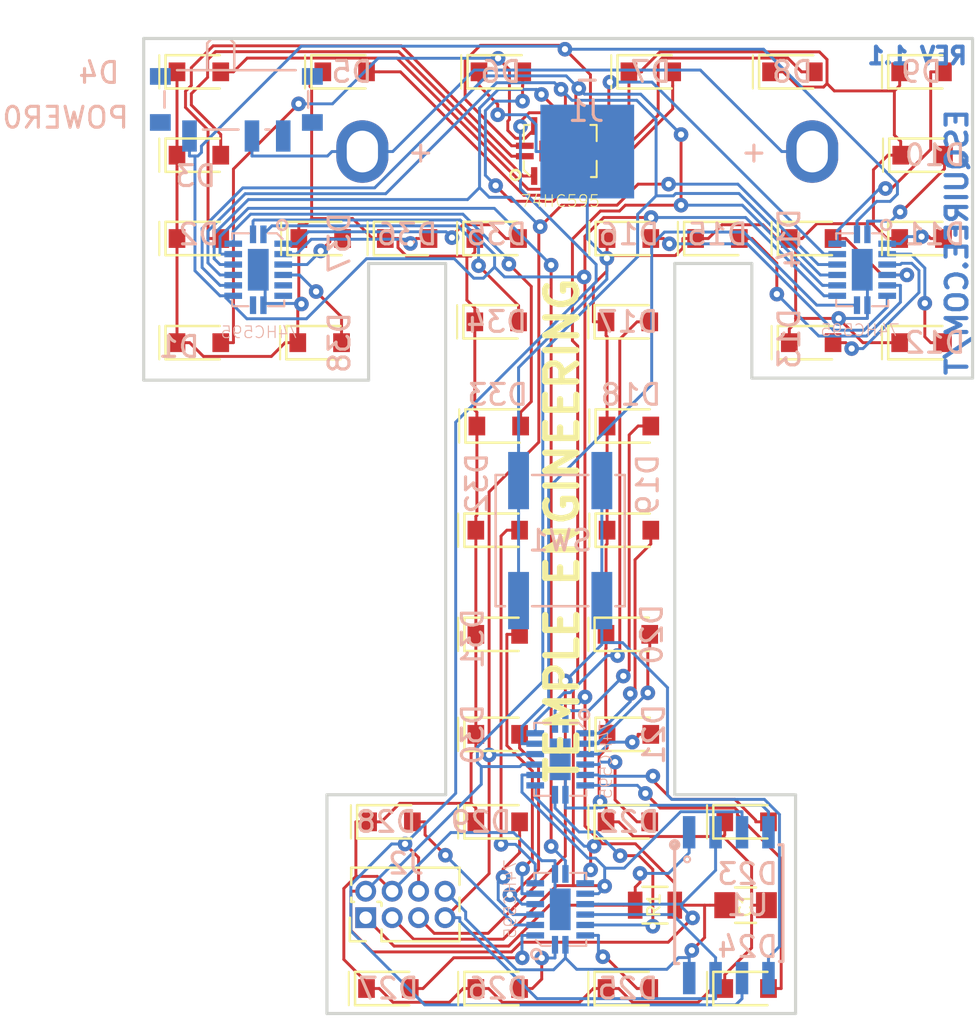
<source format=kicad_pcb>
(kicad_pcb (version 20171130) (host pcbnew "(5.0.0)")
  (layers (0 F.Cu signal) (31 B.Cu signal) (34 B.Paste user) (35 F.Paste user) (36 B.SilkS user) (37 F.SilkS user) (38 B.Mask user) (39 F.Mask user hide) (44 Edge.Cuts user))
  (net 0 "")
  (net 1 "Net-(D1-Pad2)")
  (net 2 "Net-(D2-Pad2)")
  (net 3 "Net-(D3-Pad2)")
  (net 4 "Net-(D4-Pad2)")
  (net 5 "Net-(D5-Pad2)")
  (net 6 "Net-(D6-Pad2)")
  (net 7 "Net-(D7-Pad2)")
  (net 8 "Net-(D8-Pad2)")
  (net 9 "Net-(D9-Pad2)")
  (net 10 "Net-(D10-Pad2)")
  (net 11 "Net-(D11-Pad2)")
  (net 12 "Net-(D12-Pad2)")
  (net 13 "Net-(D13-Pad2)")
  (net 14 "Net-(D14-Pad2)")
  (net 15 "Net-(D15-Pad2)")
  (net 16 "Net-(D16-Pad2)")
  (net 17 "Net-(D17-Pad2)")
  (net 18 "Net-(D18-Pad2)")
  (net 19 "Net-(D19-Pad2)")
  (net 20 "Net-(D20-Pad2)")
  (net 21 "Net-(D21-Pad2)")
  (net 22 "Net-(D22-Pad2)")
  (net 23 "Net-(D23-Pad2)")
  (net 24 "Net-(D24-Pad2)")
  (net 25 GND)
  (net 26 VCC)
  (net 27 CLK)
  (net 28 "Net-(D25-Pad2)")
  (net 29 "Net-(D26-Pad2)")
  (net 30 "Net-(D27-Pad2)")
  (net 31 "Net-(D28-Pad2)")
  (net 32 "Net-(D29-Pad2)")
  (net 33 "Net-(D30-Pad2)")
  (net 34 "Net-(D31-Pad2)")
  (net 35 "Net-(D32-Pad2)")
  (net 36 "Net-(D33-Pad2)")
  (net 37 "Net-(D34-Pad2)")
  (net 38 "Net-(D35-Pad2)")
  (net 39 "Net-(D36-Pad2)")
  (net 40 "Net-(D37-Pad2)")
  (net 41 "Net-(D38-Pad2)")
  (net 42 SW1)
  (net 43 RST)
  (net 44 DATA)
  (net 45 REG)
  (net 46 "Net-(U2-Pad9)")
  (net 47 "Net-(U3-Pad9)")
  (net 48 "Net-(U4-Pad9)")
  (net 49 "Net-(U5-Pad9)")
  (net 50 "Net-(J1-Pad2)")
  (net 51 OE)
  (module TEST:LED_0805 (layer F.Cu) (at 92.65 91)
    (fp_text reference D1 (at -0.95 0.2) (layer B.SilkS) (effects (justify mirror)))
    (fp_text value LED)
    (pad 1 smd rect (at -1.05 0) (size 0.8 0.9) (layers F.Cu F.Paste F.Mask) (net 25 GND))
    (pad 2 smd rect (at 1.05 0) (size 0.8 0.9) (layers F.Cu F.Paste F.Mask) (net 1 "Net-(D1-Pad2)"))
  )
  (module TEST:LED_0805 (layer F.Cu) (at 92.65 86)
    (fp_text reference D2 (at 0 -0.2) (layer B.SilkS) (effects (justify mirror)))
    (fp_text value LED)
    (pad 1 smd rect (at -1.05 0) (size 0.8 0.9) (layers F.Cu F.Paste F.Mask) (net 25 GND))
    (pad 2 smd rect (at 1.05 0) (size 0.8 0.9) (layers F.Cu F.Paste F.Mask) (net 2 "Net-(D2-Pad2)"))
  )
  (module TEST:LED_0805 (layer F.Cu) (at 92.65 82)
    (fp_text reference D3 (at -0.15 1) (layer B.SilkS) (effects (justify mirror)))
    (fp_text value LED)
    (pad 1 smd rect (at -1.05 0) (size 0.8 0.9) (layers F.Cu F.Paste F.Mask) (net 25 GND))
    (pad 2 smd rect (at 1.05 0) (size 0.8 0.9) (layers F.Cu F.Paste F.Mask) (net 3 "Net-(D3-Pad2)"))
  )
  (module TEST:LED_0805 (layer F.Cu) (at 92.65 78)
    (fp_text reference D4 (at -4.8 0.05) (layer B.SilkS) (effects (justify mirror)))
    (fp_text value LED)
    (pad 1 smd rect (at -1.05 0) (size 0.8 0.9) (layers F.Cu F.Paste F.Mask) (net 25 GND))
    (pad 2 smd rect (at 1.05 0) (size 0.8 0.9) (layers F.Cu F.Paste F.Mask) (net 4 "Net-(D4-Pad2)"))
  )
  (module TEST:LED_0805 (layer F.Cu) (at 99.65 78)
    (fp_text reference D5 (at 0.35 0) (layer B.SilkS) (effects (justify mirror)))
    (fp_text value LED)
    (pad 1 smd rect (at -1.05 0) (size 0.8 0.9) (layers F.Cu F.Paste F.Mask) (net 25 GND))
    (pad 2 smd rect (at 1.05 0) (size 0.8 0.9) (layers F.Cu F.Paste F.Mask) (net 5 "Net-(D5-Pad2)"))
  )
  (module TEST:LED_0805 (layer F.Cu) (at 107.15 78)
    (fp_text reference D6 (at 0 0) (layer B.SilkS) (effects (justify mirror)))
    (fp_text value LED)
    (pad 1 smd rect (at -1.05 0) (size 0.8 0.9) (layers F.Cu F.Paste F.Mask) (net 25 GND))
    (pad 2 smd rect (at 1.05 0) (size 0.8 0.9) (layers F.Cu F.Paste F.Mask) (net 6 "Net-(D6-Pad2)"))
  )
  (module TEST:LED_0805 (layer F.Cu) (at 114.35 78)
    (fp_text reference D7 (at 0 0) (layer B.SilkS) (effects (justify mirror)))
    (fp_text value LED)
    (pad 1 smd rect (at -1.05 0) (size 0.8 0.9) (layers F.Cu F.Paste F.Mask) (net 25 GND))
    (pad 2 smd rect (at 1.05 0) (size 0.8 0.9) (layers F.Cu F.Paste F.Mask) (net 7 "Net-(D7-Pad2)"))
  )
  (module TEST:LED_0805 (layer F.Cu) (at 121.15 78)
    (fp_text reference D8 (at 0 0) (layer B.SilkS) (effects (justify mirror)))
    (fp_text value LED)
    (pad 1 smd rect (at -1.05 0) (size 0.8 0.9) (layers F.Cu F.Paste F.Mask) (net 25 GND))
    (pad 2 smd rect (at 1.05 0) (size 0.8 0.9) (layers F.Cu F.Paste F.Mask) (net 8 "Net-(D8-Pad2)"))
  )
  (module TEST:LED_0805 (layer F.Cu) (at 127.35 78)
    (fp_text reference D9 (at 0 0) (layer B.SilkS) (effects (justify mirror)))
    (fp_text value LED)
    (pad 1 smd rect (at -1.05 0) (size 0.8 0.9) (layers F.Cu F.Paste F.Mask) (net 25 GND))
    (pad 2 smd rect (at 1.05 0) (size 0.8 0.9) (layers F.Cu F.Paste F.Mask) (net 9 "Net-(D9-Pad2)"))
  )
  (module TEST:LED_0805 (layer F.Cu) (at 127.4 82)
    (fp_text reference D10 (at 0.6 0) (layer B.SilkS) (effects (justify mirror)))
    (fp_text value LED)
    (pad 1 smd rect (at -1.05 0) (size 0.8 0.9) (layers F.Cu F.Paste F.Mask) (net 25 GND))
    (pad 2 smd rect (at 1.05 0) (size 0.8 0.9) (layers F.Cu F.Paste F.Mask) (net 10 "Net-(D10-Pad2)"))
  )
  (module TEST:LED_0805 (layer F.Cu) (at 127.35 86)
    (fp_text reference D11 (at 0.65 -0.2) (layer B.SilkS) (effects (justify mirror)))
    (fp_text value LED)
    (pad 1 smd rect (at -1.05 0) (size 0.8 0.9) (layers F.Cu F.Paste F.Mask) (net 25 GND))
    (pad 2 smd rect (at 1.05 0) (size 0.8 0.9) (layers F.Cu F.Paste F.Mask) (net 11 "Net-(D11-Pad2)"))
  )
  (module TEST:LED_0805 (layer F.Cu) (at 127.35 91)
    (fp_text reference D12 (at 0.65 0) (layer B.SilkS) (effects (justify mirror)))
    (fp_text value LED)
    (pad 1 smd rect (at -1.05 0) (size 0.8 0.9) (layers F.Cu F.Paste F.Mask) (net 25 GND))
    (pad 2 smd rect (at 1.05 0) (size 0.8 0.9) (layers F.Cu F.Paste F.Mask) (net 12 "Net-(D12-Pad2)"))
  )
  (module TEST:LED_0805 (layer F.Cu) (at 122.05 91)
    (fp_text reference D13 (at -1.05 -0.2 90) (layer B.SilkS) (effects (justify mirror)))
    (fp_text value LED)
    (pad 1 smd rect (at -1.05 0) (size 0.8 0.9) (layers F.Cu F.Paste F.Mask) (net 25 GND))
    (pad 2 smd rect (at 1.05 0) (size 0.8 0.9) (layers F.Cu F.Paste F.Mask) (net 13 "Net-(D13-Pad2)"))
  )
  (module TEST:LED_0805 (layer F.Cu) (at 122.05 86)
    (fp_text reference D14 (at -1.05 0 90) (layer B.SilkS) (effects (justify mirror)))
    (fp_text value LED)
    (pad 1 smd rect (at -1.05 0) (size 0.8 0.9) (layers F.Cu F.Paste F.Mask) (net 25 GND))
    (pad 2 smd rect (at 1.05 0) (size 0.8 0.9) (layers F.Cu F.Paste F.Mask) (net 14 "Net-(D14-Pad2)"))
  )
  (module TEST:LED_0805 (layer F.Cu) (at 117.55 86)
    (fp_text reference D15 (at 0 -0.2) (layer B.SilkS) (effects (justify mirror)))
    (fp_text value LED)
    (pad 1 smd rect (at -1.05 0) (size 0.8 0.9) (layers F.Cu F.Paste F.Mask) (net 25 GND))
    (pad 2 smd rect (at 1.05 0) (size 0.8 0.9) (layers F.Cu F.Paste F.Mask) (net 15 "Net-(D15-Pad2)"))
  )
  (module TEST:LED_0805 (layer F.Cu) (at 113.3 86)
    (fp_text reference D16 (at 0 -0.2) (layer B.SilkS) (effects (justify mirror)))
    (fp_text value LED)
    (pad 1 smd rect (at -1.05 0) (size 0.8 0.9) (layers F.Cu F.Paste F.Mask) (net 25 GND))
    (pad 2 smd rect (at 1.05 0) (size 0.8 0.9) (layers F.Cu F.Paste F.Mask) (net 16 "Net-(D16-Pad2)"))
  )
  (module TEST:LED_0805 (layer F.Cu) (at 113.25 90)
    (fp_text reference D17 (at 0 0) (layer B.SilkS) (effects (justify mirror)))
    (fp_text value LED)
    (pad 1 smd rect (at -1.05 0) (size 0.8 0.9) (layers F.Cu F.Paste F.Mask) (net 25 GND))
    (pad 2 smd rect (at 1.05 0) (size 0.8 0.9) (layers F.Cu F.Paste F.Mask) (net 17 "Net-(D17-Pad2)"))
  )
  (module TEST:LED_0805 (layer F.Cu) (at 113.3 95)
    (fp_text reference D18 (at 0.1 -1.5) (layer B.SilkS) (effects (justify mirror)))
    (fp_text value LED)
    (pad 1 smd rect (at -1.05 0) (size 0.8 0.9) (layers F.Cu F.Paste F.Mask) (net 25 GND))
    (pad 2 smd rect (at 1.05 0) (size 0.8 0.9) (layers F.Cu F.Paste F.Mask) (net 18 "Net-(D18-Pad2)"))
  )
  (module TEST:LED_0805 (layer F.Cu) (at 113.3 100)
    (fp_text reference D19 (at 0.9 -2.2 90) (layer B.SilkS) (effects (justify mirror)))
    (fp_text value LED)
    (pad 1 smd rect (at -1.05 0) (size 0.8 0.9) (layers F.Cu F.Paste F.Mask) (net 25 GND))
    (pad 2 smd rect (at 1.05 0) (size 0.8 0.9) (layers F.Cu F.Paste F.Mask) (net 19 "Net-(D19-Pad2)"))
  )
  (module TEST:LED_0805 (layer F.Cu) (at 113.25 105)
    (fp_text reference D20 (at 1.15 0 90) (layer B.SilkS) (effects (justify mirror)))
    (fp_text value LED)
    (pad 1 smd rect (at -1.05 0) (size 0.8 0.9) (layers F.Cu F.Paste F.Mask) (net 25 GND))
    (pad 2 smd rect (at 1.05 0) (size 0.8 0.9) (layers F.Cu F.Paste F.Mask) (net 20 "Net-(D20-Pad2)"))
  )
  (module TEST:LED_0805 (layer F.Cu) (at 113.3 109.8)
    (fp_text reference D21 (at 1.2 0 90) (layer B.SilkS) (effects (justify mirror)))
    (fp_text value LED)
    (pad 1 smd rect (at -1.05 0) (size 0.8 0.9) (layers F.Cu F.Paste F.Mask) (net 25 GND))
    (pad 2 smd rect (at 1.05 0) (size 0.8 0.9) (layers F.Cu F.Paste F.Mask) (net 21 "Net-(D21-Pad2)"))
  )
  (module TEST:LED_0805 (layer F.Cu) (at 113.25 114)
    (fp_text reference D22 (at 0.05 0 180) (layer B.SilkS) (effects (justify mirror)))
    (fp_text value LED)
    (pad 1 smd rect (at -1.05 0) (size 0.8 0.9) (layers F.Cu F.Paste F.Mask) (net 25 GND))
    (pad 2 smd rect (at 1.05 0) (size 0.8 0.9) (layers F.Cu F.Paste F.Mask) (net 22 "Net-(D22-Pad2)"))
  )
  (module TEST:LED_0805 (layer F.Cu) (at 118.95 114)
    (fp_text reference D23 (at 0.05 2.5) (layer B.SilkS) (effects (justify mirror)))
    (fp_text value LED)
    (pad 1 smd rect (at -1.05 0) (size 0.8 0.9) (layers F.Cu F.Paste F.Mask) (net 25 GND))
    (pad 2 smd rect (at 1.05 0) (size 0.8 0.9) (layers F.Cu F.Paste F.Mask) (net 23 "Net-(D23-Pad2)"))
  )
  (module TEST:LED_0805 (layer F.Cu) (at 118.95 122)
    (fp_text reference D24 (at 0.05 -2 180) (layer B.SilkS) (effects (justify mirror)))
    (fp_text value LED)
    (pad 1 smd rect (at -1.05 0) (size 0.8 0.9) (layers F.Cu F.Paste F.Mask) (net 25 GND))
    (pad 2 smd rect (at 1.05 0) (size 0.8 0.9) (layers F.Cu F.Paste F.Mask) (net 24 "Net-(D24-Pad2)"))
  )
  (module TEST:ATtiny85_SMD (layer B.Cu) (at 118.095 117.9 270)
    (fp_text reference U1 (at 0.1 -0.905) (layer B.SilkS) (effects (justify mirror)))
    (fp_text value ATtiny85-20SU)
    (pad 8 smd rect (at 3.6 1.9 270) (size 1.55 0.6) (layers B.Cu B.Paste B.Mask) (net 26 VCC))
    (pad 7 smd rect (at 3.6 0.635 270) (size 1.55 0.6) (layers B.Cu B.Paste B.Mask) (net 51 OE))
    (pad 6 smd rect (at 3.6 -0.635 270) (size 1.55 0.6) (layers B.Cu B.Paste B.Mask) (net 44 DATA))
    (pad 5 smd rect (at 3.6 -1.905 270) (size 1.55 0.6) (layers B.Cu B.Paste B.Mask) (net 42 SW1))
    (pad 4 smd rect (at -3.4 -1.905 270) (size 1.55 0.6) (layers B.Cu B.Paste B.Mask) (net 25 GND))
    (pad 3 smd rect (at -3.4 -0.635 270) (size 1.55 0.6) (layers B.Cu B.Paste B.Mask) (net 27 CLK))
    (pad 2 smd rect (at -3.4 0.635 270) (size 1.55 0.6) (layers B.Cu B.Paste B.Mask) (net 45 REG))
    (pad 1 smd rect (at -3.4 1.905 270) (size 1.55 0.6) (layers B.Cu B.Paste B.Mask) (net 43 RST))
  )
  (module Buttons_Switches_SMD:SW_SPST_EVPBF (layer B.Cu) (at 110 100.5 90)
    (fp_text reference SW1 (at 0 0 180) (layer B.SilkS) (effects (justify mirror)))
    (fp_text value SW_SPST)
    (pad 1 smd rect (at 2.88 2 90) (size 2.75 1) (layers B.Cu B.Paste B.Mask) (net 42 SW1))
    (pad 1 smd rect (at -2.88 2 90) (size 2.75 1) (layers B.Cu B.Paste B.Mask) (net 42 SW1))
    (pad 2 smd rect (at -2.88 -2 90) (size 2.75 1) (layers B.Cu B.Paste B.Mask) (net 25 GND))
    (pad 2 smd rect (at 2.88 -2 90) (size 2.75 1) (layers B.Cu B.Paste B.Mask) (net 25 GND))
  )
  (module TEST:LED_0805 (layer F.Cu) (at 113.25 122)
    (fp_text reference D25 (at 0 0) (layer B.SilkS) (effects (justify mirror)))
    (fp_text value LED)
    (pad 1 smd rect (at -1.05 0) (size 0.8 0.9) (layers F.Cu F.Paste F.Mask) (net 25 GND))
    (pad 2 smd rect (at 1.05 0) (size 0.8 0.9) (layers F.Cu F.Paste F.Mask) (net 28 "Net-(D25-Pad2)"))
  )
  (module TEST:LED_0805 (layer F.Cu) (at 107 122)
    (fp_text reference D26 (at 0 0) (layer B.SilkS) (effects (justify mirror)))
    (fp_text value LED)
    (pad 1 smd rect (at -1.05 0) (size 0.8 0.9) (layers F.Cu F.Paste F.Mask) (net 25 GND))
    (pad 2 smd rect (at 1.05 0) (size 0.8 0.9) (layers F.Cu F.Paste F.Mask) (net 29 "Net-(D26-Pad2)"))
  )
  (module TEST:LED_0805 (layer F.Cu) (at 101.75 122)
    (fp_text reference D27 (at 0 0) (layer B.SilkS) (effects (justify mirror)))
    (fp_text value LED)
    (pad 1 smd rect (at -1.05 0) (size 0.8 0.9) (layers F.Cu F.Paste F.Mask) (net 25 GND))
    (pad 2 smd rect (at 1.05 0) (size 0.8 0.9) (layers F.Cu F.Paste F.Mask) (net 30 "Net-(D27-Pad2)"))
  )
  (module TEST:LED_0805 (layer F.Cu) (at 101.85 114)
    (fp_text reference D28 (at -0.2 0) (layer B.SilkS) (effects (justify mirror)))
    (fp_text value LED)
    (pad 1 smd rect (at -1.05 0) (size 0.8 0.9) (layers F.Cu F.Paste F.Mask) (net 25 GND))
    (pad 2 smd rect (at 1.05 0) (size 0.8 0.9) (layers F.Cu F.Paste F.Mask) (net 31 "Net-(D28-Pad2)"))
  )
  (module TEST:LED_0805 (layer F.Cu) (at 107 114)
    (fp_text reference D29 (at -0.8 0) (layer B.SilkS) (effects (justify mirror)))
    (fp_text value LED)
    (pad 1 smd rect (at -1.05 0) (size 0.8 0.9) (layers F.Cu F.Paste F.Mask) (net 25 GND))
    (pad 2 smd rect (at 1.05 0) (size 0.8 0.9) (layers F.Cu F.Paste F.Mask) (net 32 "Net-(D29-Pad2)"))
  )
  (module TEST:LED_0805 (layer F.Cu) (at 107 109.8)
    (fp_text reference D30 (at -1.2 0 90) (layer B.SilkS) (effects (justify mirror)))
    (fp_text value LED)
    (pad 1 smd rect (at -1.05 0) (size 0.8 0.9) (layers F.Cu F.Paste F.Mask) (net 25 GND))
    (pad 2 smd rect (at 1.05 0) (size 0.8 0.9) (layers F.Cu F.Paste F.Mask) (net 33 "Net-(D30-Pad2)"))
  )
  (module TEST:LED_0805 (layer F.Cu) (at 107 105)
    (fp_text reference D31 (at -1.2 0.2 90) (layer B.SilkS) (effects (justify mirror)))
    (fp_text value LED)
    (pad 1 smd rect (at -1.05 0) (size 0.8 0.9) (layers F.Cu F.Paste F.Mask) (net 25 GND))
    (pad 2 smd rect (at 1.05 0) (size 0.8 0.9) (layers F.Cu F.Paste F.Mask) (net 34 "Net-(D31-Pad2)"))
  )
  (module TEST:LED_0805 (layer F.Cu) (at 107 100)
    (fp_text reference D32 (at -1 -2.25 90) (layer B.SilkS) (effects (justify mirror)))
    (fp_text value LED)
    (pad 1 smd rect (at -1.05 0) (size 0.8 0.9) (layers F.Cu F.Paste F.Mask) (net 25 GND))
    (pad 2 smd rect (at 1.05 0) (size 0.8 0.9) (layers F.Cu F.Paste F.Mask) (net 35 "Net-(D32-Pad2)"))
  )
  (module TEST:LED_0805 (layer F.Cu) (at 107.05 95)
    (fp_text reference D33 (at -0.05 -1.5 180) (layer B.SilkS) (effects (justify mirror)))
    (fp_text value LED)
    (pad 1 smd rect (at -1.05 0) (size 0.8 0.9) (layers F.Cu F.Paste F.Mask) (net 25 GND))
    (pad 2 smd rect (at 1.05 0) (size 0.8 0.9) (layers F.Cu F.Paste F.Mask) (net 36 "Net-(D33-Pad2)"))
  )
  (module TEST:LED_0805 (layer F.Cu) (at 106.95 90)
    (fp_text reference D34 (at 0 0 180) (layer B.SilkS) (effects (justify mirror)))
    (fp_text value LED)
    (pad 1 smd rect (at -1.05 0) (size 0.8 0.9) (layers F.Cu F.Paste F.Mask) (net 25 GND))
    (pad 2 smd rect (at 1.05 0) (size 0.8 0.9) (layers F.Cu F.Paste F.Mask) (net 37 "Net-(D34-Pad2)"))
  )
  (module TEST:LED_0805 (layer F.Cu) (at 106.95 86)
    (fp_text reference D35 (at 0 -0.2 180) (layer B.SilkS) (effects (justify mirror)))
    (fp_text value LED)
    (pad 1 smd rect (at -1.05 0) (size 0.8 0.9) (layers F.Cu F.Paste F.Mask) (net 25 GND))
    (pad 2 smd rect (at 1.05 0) (size 0.8 0.9) (layers F.Cu F.Paste F.Mask) (net 38 "Net-(D35-Pad2)"))
  )
  (module TEST:LED_0805 (layer F.Cu) (at 102.65 86)
    (fp_text reference D36 (at 0 -0.2 180) (layer B.SilkS) (effects (justify mirror)))
    (fp_text value LED)
    (pad 1 smd rect (at -1.05 0) (size 0.8 0.9) (layers F.Cu F.Paste F.Mask) (net 25 GND))
    (pad 2 smd rect (at 1.05 0) (size 0.8 0.9) (layers F.Cu F.Paste F.Mask) (net 39 "Net-(D36-Pad2)"))
  )
  (module TEST:LED_0805 (layer F.Cu) (at 98.5 86)
    (fp_text reference D37 (at 0.9 0.2 270) (layer B.SilkS) (effects (justify mirror)))
    (fp_text value LED)
    (pad 1 smd rect (at -1.05 0) (size 0.8 0.9) (layers F.Cu F.Paste F.Mask) (net 25 GND))
    (pad 2 smd rect (at 1.05 0) (size 0.8 0.9) (layers F.Cu F.Paste F.Mask) (net 40 "Net-(D37-Pad2)"))
  )
  (module TEST:LED_0805 (layer F.Cu) (at 98.45 91)
    (fp_text reference D38 (at 0.95 0 270) (layer B.SilkS) (effects (justify mirror)))
    (fp_text value LED)
    (pad 1 smd rect (at -1.05 0) (size 0.8 0.9) (layers F.Cu F.Paste F.Mask) (net 25 GND))
    (pad 2 smd rect (at 1.05 0) (size 0.8 0.9) (layers F.Cu F.Paste F.Mask) (net 41 "Net-(D38-Pad2)"))
  )
  (module Resistors_SMD:R_0805 (layer F.Cu) (at 114.55 118 180)
    (fp_text reference R1 (at 0.05 0 270) (layer F.SilkS) (effects (font (size 0.6 0.6) (thickness 0.1))))
    (fp_text value 1K)
    (pad 1 smd rect (at -0.95 0 180) (size 0.7 1.3) (layers F.Cu F.Paste F.Mask) (net 26 VCC))
    (pad 2 smd rect (at 0.95 0 180) (size 0.7 1.3) (layers F.Cu F.Paste F.Mask) (net 43 RST))
  )
  (module TEST:BK913nosilk (layer B.Cu) (at 111.3 81.8261)
    (fp_text reference J1 (at -0.05 -1.95) (layer B.SilkS) (effects (justify mirror)))
    (fp_text value Conn_01x02)
    (fp_text user + (at 8 0) (layer B.SilkS) (effects (justify mirror)))
    (fp_text user - (at 0 -3.5) (layer B.SilkS) (effects (justify mirror)))
    (fp_text user + (at -8 0) (layer B.SilkS) (effects (justify mirror)))
    (pad 2 thru_hole oval (at -10.8 0) (size 2.5 3) (drill oval 1.5 2) (layers *.Cu *.Mask) (net 50 "Net-(J1-Pad2)"))
    (pad 2 thru_hole oval (at 10.8 0) (size 2.5 3) (drill oval 1.5 2) (layers *.Cu *.Mask) (net 50 "Net-(J1-Pad2)"))
    (pad 1 smd rect (at 0 0) (size 4.5 4.5) (layers B.Cu B.Paste B.Mask) (net 25 GND))
  )
  (module Pin_Headers:Pin_Header_Straight_2x04_Pitch1.27mm (layer F.Cu) (at 100.66 118.6 90)
    (fp_text reference J2 (at 2.6 1.94 180) (layer B.SilkS) (effects (justify mirror)))
    (fp_text value Conn_02x04_Counter_Clockwise)
    (pad 1 thru_hole rect (at 0 0 90) (size 1 1) (drill 0.6) (layers *.Cu *.Mask) (net 43 RST))
    (pad 2 thru_hole oval (at 1.27 0 90) (size 1 1) (drill 0.6) (layers *.Cu *.Mask) (net 45 REG))
    (pad 3 thru_hole oval (at 0 1.27 90) (size 1 1) (drill 0.6) (layers *.Cu *.Mask) (net 27 CLK))
    (pad 4 thru_hole oval (at 1.27 1.27 90) (size 1 1) (drill 0.6) (layers *.Cu *.Mask) (net 25 GND))
    (pad 5 thru_hole oval (at 0 2.54 90) (size 1 1) (drill 0.6) (layers *.Cu *.Mask) (net 42 SW1))
    (pad 6 thru_hole oval (at 1.27 2.54 90) (size 1 1) (drill 0.6) (layers *.Cu *.Mask) (net 44 DATA))
    (pad 7 thru_hole oval (at 0 3.81 90) (size 1 1) (drill 0.6) (layers *.Cu *.Mask) (net 51 OE))
    (pad 8 thru_hole oval (at 1.27 3.81 90) (size 1 1) (drill 0.6) (layers *.Cu *.Mask) (net 26 VCC))
  )
  (module TEST:QFN50P250X350X100-17N (layer F.Cu) (at 110 81.8)
    (fp_text reference U2)
    (fp_text value 74HC595 (at 0 2.4) (layer F.SilkS) (effects (font (size 0.560869 0.560869) (thickness 0.05))))
    (pad 8 smd rect (at 0 0) (size 2 1) (layers F.Cu F.Paste F.Mask) (net 25 GND))
    (pad 1 smd rect (at -1.7 0.25 180) (size 0.85 0.3) (layers F.Cu F.Paste F.Mask) (net 2 "Net-(D2-Pad2)"))
    (pad 16 smd rect (at -1.7 -0.25 180) (size 0.85 0.3) (layers F.Cu F.Paste F.Mask) (net 26 VCC))
    (pad 15 smd rect (at -1.25 -1.2 90) (size 0.85 0.3) (layers F.Cu F.Paste F.Mask) (net 1 "Net-(D1-Pad2)"))
    (pad 14 smd rect (at -0.75 -1.2 90) (size 0.85 0.3) (layers F.Cu F.Paste F.Mask) (net 44 DATA))
    (pad 13 smd rect (at -0.25 -1.2 90) (size 0.85 0.3) (layers F.Cu F.Paste F.Mask) (net 51 OE))
    (pad 12 smd rect (at 0.25 -1.2 90) (size 0.85 0.3) (layers F.Cu F.Paste F.Mask) (net 45 REG))
    (pad 11 smd rect (at 0.75 -1.2 90) (size 0.85 0.3) (layers F.Cu F.Paste F.Mask) (net 27 CLK))
    (pad 10 smd rect (at 1.25 -1.2 90) (size 0.85 0.3) (layers F.Cu F.Paste F.Mask) (net 26 VCC))
    (pad 9 smd rect (at 1.7 -0.25 180) (size 0.85 0.3) (layers F.Cu F.Paste F.Mask) (net 46 "Net-(U2-Pad9)"))
    (pad 8 smd rect (at 1.7 0.25 180) (size 0.85 0.3) (layers F.Cu F.Paste F.Mask) (net 25 GND))
    (pad 7 smd rect (at 1.25 1.2 90) (size 0.85 0.3) (layers F.Cu F.Paste F.Mask) (net 8 "Net-(D8-Pad2)"))
    (pad 6 smd rect (at 0.75 1.2 90) (size 0.85 0.3) (layers F.Cu F.Paste F.Mask) (net 7 "Net-(D7-Pad2)"))
    (pad 5 smd rect (at 0.25 1.2 90) (size 0.85 0.3) (layers F.Cu F.Paste F.Mask) (net 6 "Net-(D6-Pad2)"))
    (pad 4 smd rect (at -0.25 1.2 90) (size 0.85 0.3) (layers F.Cu F.Paste F.Mask) (net 5 "Net-(D5-Pad2)"))
    (pad 3 smd rect (at -0.75 1.2 90) (size 0.85 0.3) (layers F.Cu F.Paste F.Mask) (net 4 "Net-(D4-Pad2)"))
    (pad 2 smd rect (at -1.25 1.2 90) (size 0.85 0.3) (layers F.Cu F.Paste F.Mask) (net 3 "Net-(D3-Pad2)"))
  )
  (module TEST:QFN50P250X350X100-17N (layer B.Cu) (at 124.5 87.5 270)
    (fp_text reference U3)
    (fp_text value 74HC595 (at 2.9 0.1) (layer B.SilkS) (effects (font (size 0.560869 0.560869) (thickness 0.05)) (justify mirror)))
    (pad 8 smd rect (at 0 0 270) (size 2 1) (layers B.Cu B.Paste B.Mask) (net 25 GND))
    (pad 1 smd rect (at -1.7 -0.25 90) (size 0.85 0.3) (layers B.Cu B.Paste B.Mask) (net 10 "Net-(D10-Pad2)"))
    (pad 16 smd rect (at -1.7 0.25 90) (size 0.85 0.3) (layers B.Cu B.Paste B.Mask) (net 26 VCC))
    (pad 15 smd rect (at -1.25 1.2 180) (size 0.85 0.3) (layers B.Cu B.Paste B.Mask) (net 9 "Net-(D9-Pad2)"))
    (pad 14 smd rect (at -0.75 1.2 180) (size 0.85 0.3) (layers B.Cu B.Paste B.Mask) (net 46 "Net-(U2-Pad9)"))
    (pad 13 smd rect (at -0.25 1.2 180) (size 0.85 0.3) (layers B.Cu B.Paste B.Mask) (net 51 OE))
    (pad 12 smd rect (at 0.25 1.2 180) (size 0.85 0.3) (layers B.Cu B.Paste B.Mask) (net 45 REG))
    (pad 11 smd rect (at 0.75 1.2 180) (size 0.85 0.3) (layers B.Cu B.Paste B.Mask) (net 27 CLK))
    (pad 10 smd rect (at 1.25 1.2 180) (size 0.85 0.3) (layers B.Cu B.Paste B.Mask) (net 26 VCC))
    (pad 9 smd rect (at 1.7 0.25 90) (size 0.85 0.3) (layers B.Cu B.Paste B.Mask) (net 47 "Net-(U3-Pad9)"))
    (pad 8 smd rect (at 1.7 -0.25 90) (size 0.85 0.3) (layers B.Cu B.Paste B.Mask) (net 25 GND))
    (pad 7 smd rect (at 1.25 -1.2 180) (size 0.85 0.3) (layers B.Cu B.Paste B.Mask) (net 16 "Net-(D16-Pad2)"))
    (pad 6 smd rect (at 0.75 -1.2 180) (size 0.85 0.3) (layers B.Cu B.Paste B.Mask) (net 15 "Net-(D15-Pad2)"))
    (pad 5 smd rect (at 0.25 -1.2 180) (size 0.85 0.3) (layers B.Cu B.Paste B.Mask) (net 14 "Net-(D14-Pad2)"))
    (pad 4 smd rect (at -0.25 -1.2 180) (size 0.85 0.3) (layers B.Cu B.Paste B.Mask) (net 13 "Net-(D13-Pad2)"))
    (pad 3 smd rect (at -0.75 -1.2 180) (size 0.85 0.3) (layers B.Cu B.Paste B.Mask) (net 12 "Net-(D12-Pad2)"))
    (pad 2 smd rect (at -1.25 -1.2 180) (size 0.85 0.3) (layers B.Cu B.Paste B.Mask) (net 11 "Net-(D11-Pad2)"))
  )
  (module TEST:QFN50P250X350X100-17N (layer B.Cu) (at 110 111 270)
    (fp_text reference U4)
    (fp_text value 74HC595 (at 0 -2.2 270) (layer B.SilkS) (effects (font (size 0.560869 0.560869) (thickness 0.05)) (justify mirror)))
    (pad 8 smd rect (at 0 0 270) (size 2 1) (layers B.Cu B.Paste B.Mask) (net 25 GND))
    (pad 1 smd rect (at -1.7 -0.25 90) (size 0.85 0.3) (layers B.Cu B.Paste B.Mask) (net 18 "Net-(D18-Pad2)"))
    (pad 16 smd rect (at -1.7 0.25 90) (size 0.85 0.3) (layers B.Cu B.Paste B.Mask) (net 26 VCC))
    (pad 15 smd rect (at -1.25 1.2 180) (size 0.85 0.3) (layers B.Cu B.Paste B.Mask) (net 17 "Net-(D17-Pad2)"))
    (pad 14 smd rect (at -0.75 1.2 180) (size 0.85 0.3) (layers B.Cu B.Paste B.Mask) (net 47 "Net-(U3-Pad9)"))
    (pad 13 smd rect (at -0.25 1.2 180) (size 0.85 0.3) (layers B.Cu B.Paste B.Mask) (net 51 OE))
    (pad 12 smd rect (at 0.25 1.2 180) (size 0.85 0.3) (layers B.Cu B.Paste B.Mask) (net 45 REG))
    (pad 11 smd rect (at 0.75 1.2 180) (size 0.85 0.3) (layers B.Cu B.Paste B.Mask) (net 27 CLK))
    (pad 10 smd rect (at 1.25 1.2 180) (size 0.85 0.3) (layers B.Cu B.Paste B.Mask) (net 26 VCC))
    (pad 9 smd rect (at 1.7 0.25 90) (size 0.85 0.3) (layers B.Cu B.Paste B.Mask) (net 48 "Net-(U4-Pad9)"))
    (pad 8 smd rect (at 1.7 -0.25 90) (size 0.85 0.3) (layers B.Cu B.Paste B.Mask) (net 25 GND))
    (pad 7 smd rect (at 1.25 -1.2 180) (size 0.85 0.3) (layers B.Cu B.Paste B.Mask) (net 24 "Net-(D24-Pad2)"))
    (pad 6 smd rect (at 0.75 -1.2 180) (size 0.85 0.3) (layers B.Cu B.Paste B.Mask) (net 23 "Net-(D23-Pad2)"))
    (pad 5 smd rect (at 0.25 -1.2 180) (size 0.85 0.3) (layers B.Cu B.Paste B.Mask) (net 22 "Net-(D22-Pad2)"))
    (pad 4 smd rect (at -0.25 -1.2 180) (size 0.85 0.3) (layers B.Cu B.Paste B.Mask) (net 21 "Net-(D21-Pad2)"))
    (pad 3 smd rect (at -0.75 -1.2 180) (size 0.85 0.3) (layers B.Cu B.Paste B.Mask) (net 20 "Net-(D20-Pad2)"))
    (pad 2 smd rect (at -1.25 -1.2 180) (size 0.85 0.3) (layers B.Cu B.Paste B.Mask) (net 19 "Net-(D19-Pad2)"))
  )
  (module TEST:QFN50P250X350X100-17N (layer B.Cu) (at 110 118.2 90)
    (fp_text reference U5)
    (fp_text value 74HC595 (at 0.5 -2.4 90) (layer B.SilkS) (effects (font (size 0.560869 0.560869) (thickness 0.05)) (justify mirror)))
    (pad 8 smd rect (at 0 0 90) (size 2 1) (layers B.Cu B.Paste B.Mask) (net 25 GND))
    (pad 1 smd rect (at -1.7 -0.25 270) (size 0.85 0.3) (layers B.Cu B.Paste B.Mask) (net 29 "Net-(D26-Pad2)"))
    (pad 16 smd rect (at -1.7 0.25 270) (size 0.85 0.3) (layers B.Cu B.Paste B.Mask) (net 26 VCC))
    (pad 15 smd rect (at -1.25 1.2) (size 0.85 0.3) (layers B.Cu B.Paste B.Mask) (net 28 "Net-(D25-Pad2)"))
    (pad 14 smd rect (at -0.75 1.2) (size 0.85 0.3) (layers B.Cu B.Paste B.Mask) (net 48 "Net-(U4-Pad9)"))
    (pad 13 smd rect (at -0.25 1.2) (size 0.85 0.3) (layers B.Cu B.Paste B.Mask) (net 51 OE))
    (pad 12 smd rect (at 0.25 1.2) (size 0.85 0.3) (layers B.Cu B.Paste B.Mask) (net 45 REG))
    (pad 11 smd rect (at 0.75 1.2) (size 0.85 0.3) (layers B.Cu B.Paste B.Mask) (net 27 CLK))
    (pad 10 smd rect (at 1.25 1.2) (size 0.85 0.3) (layers B.Cu B.Paste B.Mask) (net 26 VCC))
    (pad 9 smd rect (at 1.7 0.25 270) (size 0.85 0.3) (layers B.Cu B.Paste B.Mask) (net 49 "Net-(U5-Pad9)"))
    (pad 8 smd rect (at 1.7 -0.25 270) (size 0.85 0.3) (layers B.Cu B.Paste B.Mask) (net 25 GND))
    (pad 7 smd rect (at 1.25 -1.2) (size 0.85 0.3) (layers B.Cu B.Paste B.Mask) (net 35 "Net-(D32-Pad2)"))
    (pad 6 smd rect (at 0.75 -1.2) (size 0.85 0.3) (layers B.Cu B.Paste B.Mask) (net 34 "Net-(D31-Pad2)"))
    (pad 5 smd rect (at 0.25 -1.2) (size 0.85 0.3) (layers B.Cu B.Paste B.Mask) (net 33 "Net-(D30-Pad2)"))
    (pad 4 smd rect (at -0.25 -1.2) (size 0.85 0.3) (layers B.Cu B.Paste B.Mask) (net 32 "Net-(D29-Pad2)"))
    (pad 3 smd rect (at -0.75 -1.2) (size 0.85 0.3) (layers B.Cu B.Paste B.Mask) (net 31 "Net-(D28-Pad2)"))
    (pad 2 smd rect (at -1.25 -1.2) (size 0.85 0.3) (layers B.Cu B.Paste B.Mask) (net 30 "Net-(D27-Pad2)"))
  )
  (module TEST:QFN50P250X350X100-17N (layer B.Cu) (at 95.5 87.5 270)
    (fp_text reference U6)
    (fp_text value 74HC595 (at 3 -0.1 180) (layer B.SilkS) (effects (font (size 0.560869 0.560869) (thickness 0.05)) (justify mirror)))
    (pad 8 smd rect (at 0 0 270) (size 2 1) (layers B.Cu B.Paste B.Mask) (net 25 GND))
    (pad 1 smd rect (at -1.7 -0.25 90) (size 0.85 0.3) (layers B.Cu B.Paste B.Mask) (net 37 "Net-(D34-Pad2)"))
    (pad 16 smd rect (at -1.7 0.25 90) (size 0.85 0.3) (layers B.Cu B.Paste B.Mask) (net 26 VCC))
    (pad 15 smd rect (at -1.25 1.2 180) (size 0.85 0.3) (layers B.Cu B.Paste B.Mask) (net 36 "Net-(D33-Pad2)"))
    (pad 14 smd rect (at -0.75 1.2 180) (size 0.85 0.3) (layers B.Cu B.Paste B.Mask) (net 49 "Net-(U5-Pad9)"))
    (pad 13 smd rect (at -0.25 1.2 180) (size 0.85 0.3) (layers B.Cu B.Paste B.Mask) (net 51 OE))
    (pad 12 smd rect (at 0.25 1.2 180) (size 0.85 0.3) (layers B.Cu B.Paste B.Mask) (net 45 REG))
    (pad 11 smd rect (at 0.75 1.2 180) (size 0.85 0.3) (layers B.Cu B.Paste B.Mask) (net 27 CLK))
    (pad 10 smd rect (at 1.25 1.2 180) (size 0.85 0.3) (layers B.Cu B.Paste B.Mask) (net 26 VCC))
    (pad 9 smd rect (at 1.7 0.25 90) (size 0.85 0.3) (layers B.Cu B.Paste B.Mask))
    (pad 8 smd rect (at 1.7 -0.25 90) (size 0.85 0.3) (layers B.Cu B.Paste B.Mask) (net 25 GND))
    (pad 7 smd rect (at 1.25 -1.2 180) (size 0.85 0.3) (layers B.Cu B.Paste B.Mask))
    (pad 6 smd rect (at 0.75 -1.2 180) (size 0.85 0.3) (layers B.Cu B.Paste B.Mask))
    (pad 5 smd rect (at 0.25 -1.2 180) (size 0.85 0.3) (layers B.Cu B.Paste B.Mask) (net 41 "Net-(D38-Pad2)"))
    (pad 4 smd rect (at -0.25 -1.2 180) (size 0.85 0.3) (layers B.Cu B.Paste B.Mask) (net 40 "Net-(D37-Pad2)"))
    (pad 3 smd rect (at -0.75 -1.2 180) (size 0.85 0.3) (layers B.Cu B.Paste B.Mask) (net 39 "Net-(D36-Pad2)"))
    (pad 2 smd rect (at -1.25 -1.2 180) (size 0.85 0.3) (layers B.Cu B.Paste B.Mask) (net 38 "Net-(D35-Pad2)"))
  )
  (module Capacitors_SMD:C_0805 (layer F.Cu) (at 118.9 118)
    (fp_text reference C1 (at 0 0 90) (layer F.SilkS) (effects (font (size 0.6 0.6) (thickness 0.1))))
    (fp_text value 1uF)
    (pad 2 smd rect (at 1 0) (size 1 1.25) (layers F.Cu F.Paste F.Mask) (net 25 GND))
    (pad 1 smd rect (at -1 0) (size 1 1.25) (layers F.Cu F.Paste F.Mask) (net 26 VCC))
  )
  (module Buttons_Switches_SMD:SW_SPDT_PCM12 (layer B.Cu) (at 94.45 79.65)
    (fp_text reference POWER0 (at -8.2 0.55) (layer B.SilkS) (effects (justify mirror)))
    (fp_text value SW_SPST)
    (pad "" smd rect (at -3.65 0.78) (size 1 0.8) (layers B.Cu B.Paste B.Mask))
    (pad "" smd rect (at 3.65 0.78) (size 1 0.8) (layers B.Cu B.Paste B.Mask))
    (pad "" smd rect (at 3.65 -1.43) (size 1 0.8) (layers B.Cu B.Paste B.Mask))
    (pad "" smd rect (at -3.65 -1.43) (size 1 0.8) (layers B.Cu B.Paste B.Mask))
    (pad 3 smd rect (at 2.25 1.43) (size 0.7 1.5) (layers B.Cu B.Paste B.Mask))
    (pad 2 smd rect (at 0.75 1.43) (size 0.7 1.5) (layers B.Cu B.Paste B.Mask) (net 50 "Net-(J1-Pad2)"))
    (pad 1 smd rect (at -2.25 1.43) (size 0.7 1.5) (layers B.Cu B.Paste B.Mask) (net 26 VCC))
    (pad "" np_thru_hole circle (at 1.5 -0.33) (size 0.9 0.9) (drill 0.9) (layers *.Cu *.Mask))
    (pad "" np_thru_hole circle (at -1.5 -0.33) (size 0.9 0.9) (drill 0.9) (layers *.Cu *.Mask))
  )
  (gr_text "TEMPLE ENGINEERING" (at 110.1 100 90) (layer F.SilkS) (effects (font (size 1.5 1.5) (thickness 0.3))))
  (gr_text "REV 1.1\n" (at 127.1448 77.2332) (layer B.Cu) (effects (font (size 0.8 0.8) (thickness 0.2)) (justify mirror)))
  (gr_text ESQUIREE.COM/T (at 129.0508 86.1766 90) (layer B.Cu) (effects (font (size 1 1) (thickness 0.2)) (justify mirror)))
  (gr_line (start 104.5 87.2) (end 100.8 87.2) (layer Edge.Cuts) (width 0.15))
  (gr_line (start 104.5 112.7) (end 104.5 87.2) (layer Edge.Cuts) (width 0.15))
  (gr_line (start 98.8 112.7) (end 104.5 112.7) (layer Edge.Cuts) (width 0.15))
  (gr_line (start 98.8 123.2) (end 98.8 112.7) (layer Edge.Cuts) (width 0.15))
  (gr_line (start 121.3 123.2) (end 98.8 123.2) (layer Edge.Cuts) (width 0.15))
  (gr_line (start 121.3 112.7) (end 121.3 123.2) (layer Edge.Cuts) (width 0.15))
  (gr_line (start 115.5 112.7) (end 121.3 112.7) (layer Edge.Cuts) (width 0.15))
  (gr_line (start 115.5 87.2) (end 115.5 112.7) (layer Edge.Cuts) (width 0.15))
  (gr_line (start 119.2 87.2) (end 115.5 87.2) (layer Edge.Cuts) (width 0.15))
  (gr_line (start 119.2 92.7) (end 119.2 87.2) (layer Edge.Cuts) (width 0.15))
  (gr_line (start 129.8 92.7) (end 119.2 92.7) (layer Edge.Cuts) (width 0.15))
  (gr_line (start 129.8 76.4) (end 129.8 92.7) (layer Edge.Cuts) (width 0.15))
  (gr_line (start 90 76.4) (end 129.8 76.4) (layer Edge.Cuts) (width 0.15))
  (gr_line (start 90 92.8) (end 90 76.4) (layer Edge.Cuts) (width 0.15))
  (gr_line (start 100.8 92.8) (end 90 92.8) (layer Edge.Cuts) (width 0.15))
  (gr_line (start 100.8 87.2) (end 100.8 92.8) (layer Edge.Cuts) (width 0.15))
  (segment (start 107.0162 77.3486) (end 107.5613 77.8937) (width 0.14) (layer F.Cu) (net 1))
  (segment (start 107.5613 77.8937) (end 107.5613 80.2906) (width 0.14) (layer F.Cu) (net 1))
  (segment (start 107.5613 80.2906) (end 107.4836 80.3683) (width 0.14) (layer F.Cu) (net 1))
  (segment (start 107.4836 80.3683) (end 107.4836 80.8118) (width 0.14) (layer F.Cu) (net 1))
  (segment (start 107.4836 80.8118) (end 107.8593 81.1875) (width 0.14) (layer F.Cu) (net 1))
  (segment (start 107.8593 81.1875) (end 108.3234 81.1875) (width 0.14) (layer F.Cu) (net 1))
  (segment (start 108.3234 81.1875) (end 108.75 80.7609) (width 0.14) (layer F.Cu) (net 1))
  (segment (start 108.75 80.7609) (end 108.75 80.6) (width 0.14) (layer F.Cu) (net 1))
  (segment (start 97.4384 79.5364) (end 99.0661 79.5364) (width 0.14) (layer B.Cu) (net 1))
  (segment (start 99.0661 79.5364) (end 101.2539 77.3486) (width 0.14) (layer B.Cu) (net 1))
  (segment (start 101.2539 77.3486) (end 107.0162 77.3486) (width 0.14) (layer B.Cu) (net 1))
  (segment (start 94.3103 91) (end 94.3103 82.6645) (width 0.14) (layer F.Cu) (net 1))
  (segment (start 94.3103 82.6645) (end 97.4384 79.5364) (width 0.14) (layer F.Cu) (net 1))
  (segment (start 93.7 91) (end 94.3103 91) (width 0.14) (layer F.Cu) (net 1))
  (via (at 97.4384 79.5364) (size 0.7) (layers F.Cu B.Cu) (net 1))
  (via (at 107.0162 77.3486) (size 0.7) (layers F.Cu B.Cu) (net 1))
  (segment (start 107.6647 82.05) (end 102.3671 76.7524) (width 0.14) (layer F.Cu) (net 2))
  (segment (start 102.3671 76.7524) (end 93.3353 76.7524) (width 0.14) (layer F.Cu) (net 2))
  (segment (start 93.3353 76.7524) (end 92.288 77.7997) (width 0.14) (layer F.Cu) (net 2))
  (segment (start 92.288 77.7997) (end 92.288 78.6519) (width 0.14) (layer F.Cu) (net 2))
  (segment (start 92.288 78.6519) (end 92.0094 78.9305) (width 0.14) (layer F.Cu) (net 2))
  (segment (start 92.0094 78.9305) (end 92.0094 79.7095) (width 0.14) (layer F.Cu) (net 2))
  (segment (start 92.0094 79.7095) (end 93.0897 80.7898) (width 0.14) (layer F.Cu) (net 2))
  (segment (start 93.0897 80.7898) (end 93.0897 86) (width 0.14) (layer F.Cu) (net 2))
  (segment (start 93.7 86) (end 93.0897 86) (width 0.14) (layer F.Cu) (net 2))
  (segment (start 108.3 82.05) (end 107.6647 82.05) (width 0.14) (layer F.Cu) (net 2))
  (segment (start 108.75 83) (end 108.2171 83) (width 0.14) (layer F.Cu) (net 3))
  (segment (start 108.2171 83) (end 102.2498 77.0327) (width 0.14) (layer F.Cu) (net 3))
  (segment (start 102.2498 77.0327) (end 93.4514 77.0327) (width 0.14) (layer F.Cu) (net 3))
  (segment (start 93.4514 77.0327) (end 93.0697 77.4144) (width 0.14) (layer F.Cu) (net 3))
  (segment (start 93.0697 77.4144) (end 93.0697 78.2666) (width 0.14) (layer F.Cu) (net 3))
  (segment (start 93.0697 78.2666) (end 92.2897 79.0466) (width 0.14) (layer F.Cu) (net 3))
  (segment (start 92.2897 79.0466) (end 92.2897 79.5933) (width 0.14) (layer F.Cu) (net 3))
  (segment (start 92.2897 79.5933) (end 93.7 81.0036) (width 0.14) (layer F.Cu) (net 3))
  (segment (start 93.7 81.0036) (end 93.7 82) (width 0.14) (layer F.Cu) (net 3))
  (segment (start 93.7 78) (end 94.3103 78) (width 0.14) (layer F.Cu) (net 4))
  (segment (start 109.25 83) (end 109.25 83.6353) (width 0.14) (layer F.Cu) (net 4))
  (segment (start 109.25 83.6353) (end 108.4559 83.6353) (width 0.14) (layer F.Cu) (net 4))
  (segment (start 108.4559 83.6353) (end 102.1602 77.3396) (width 0.14) (layer F.Cu) (net 4))
  (segment (start 102.1602 77.3396) (end 94.9707 77.3396) (width 0.14) (layer F.Cu) (net 4))
  (segment (start 94.9707 77.3396) (end 94.3103 78) (width 0.14) (layer F.Cu) (net 4))
  (segment (start 101.3103 78) (end 102.3281 78) (width 0.14) (layer F.Cu) (net 5))
  (segment (start 102.3281 78) (end 108.2513 83.9232) (width 0.14) (layer F.Cu) (net 5))
  (segment (start 108.2513 83.9232) (end 109.4621 83.9232) (width 0.14) (layer F.Cu) (net 5))
  (segment (start 109.4621 83.9232) (end 109.75 83.6353) (width 0.14) (layer F.Cu) (net 5))
  (segment (start 100.7 78) (end 101.3103 78) (width 0.14) (layer F.Cu) (net 5))
  (segment (start 109.75 83) (end 109.75 83.6353) (width 0.14) (layer F.Cu) (net 5))
  (segment (start 106.8996 83.4601) (end 107.6517 84.2122) (width 0.14) (layer F.Cu) (net 6))
  (segment (start 107.6517 84.2122) (end 109.6731 84.2122) (width 0.14) (layer F.Cu) (net 6))
  (segment (start 109.6731 84.2122) (end 110.25 83.6353) (width 0.14) (layer F.Cu) (net 6))
  (segment (start 110.25 83) (end 110.25 83.6353) (width 0.14) (layer F.Cu) (net 6))
  (segment (start 108.2 78) (end 108.2 78.6603) (width 0.14) (layer F.Cu) (net 6))
  (segment (start 108.1904 79.4061) (end 108.1904 78.6699) (width 0.14) (layer F.Cu) (net 6))
  (segment (start 108.1904 78.6699) (end 108.2 78.6603) (width 0.14) (layer F.Cu) (net 6))
  (segment (start 106.8996 83.4601) (end 106.4072 82.9677) (width 0.14) (layer B.Cu) (net 6))
  (segment (start 106.4072 82.9677) (end 106.4072 79.8601) (width 0.14) (layer B.Cu) (net 6))
  (segment (start 106.4072 79.8601) (end 106.8612 79.4061) (width 0.14) (layer B.Cu) (net 6))
  (segment (start 106.8612 79.4061) (end 108.1904 79.4061) (width 0.14) (layer B.Cu) (net 6))
  (via (at 108.1904 79.4061) (size 0.7) (layers F.Cu B.Cu) (net 6))
  (via (at 106.8996 83.4601) (size 0.7) (layers F.Cu B.Cu) (net 6))
  (segment (start 115.4 78.6603) (end 115.4 79.7796) (width 0.14) (layer F.Cu) (net 7))
  (segment (start 115.4 79.7796) (end 111.5443 83.6353) (width 0.14) (layer F.Cu) (net 7))
  (segment (start 111.5443 83.6353) (end 110.75 83.6353) (width 0.14) (layer F.Cu) (net 7))
  (segment (start 115.4 78) (end 115.4 78.6603) (width 0.14) (layer F.Cu) (net 7))
  (segment (start 110.75 83) (end 110.75 83.6353) (width 0.14) (layer F.Cu) (net 7))
  (segment (start 122.2 78) (end 121.5897 78) (width 0.14) (layer F.Cu) (net 8))
  (segment (start 111.25 83) (end 111.7818 83) (width 0.14) (layer F.Cu) (net 8))
  (segment (start 111.7818 83) (end 114.7029 80.0789) (width 0.14) (layer F.Cu) (net 8))
  (segment (start 114.7029 80.0789) (end 114.7029 77.5334) (width 0.14) (layer F.Cu) (net 8))
  (segment (start 114.7029 77.5334) (end 114.8967 77.3396) (width 0.14) (layer F.Cu) (net 8))
  (segment (start 114.8967 77.3396) (end 120.9293 77.3396) (width 0.14) (layer F.Cu) (net 8))
  (segment (start 120.9293 77.3396) (end 121.5897 78) (width 0.14) (layer F.Cu) (net 8))
  (segment (start 128.4 78) (end 127.7897 78) (width 0.14) (layer F.Cu) (net 9))
  (segment (start 125.6167 83.5998) (end 125.912 83.5998) (width 0.14) (layer F.Cu) (net 9))
  (segment (start 125.912 83.5998) (end 127.7897 81.7221) (width 0.14) (layer F.Cu) (net 9))
  (segment (start 127.7897 81.7221) (end 127.7897 78) (width 0.14) (layer F.Cu) (net 9))
  (segment (start 123.3 86.25) (end 123.3 85.6394) (width 0.14) (layer B.Cu) (net 9))
  (segment (start 123.3 85.6394) (end 125.3396 83.5998) (width 0.14) (layer B.Cu) (net 9))
  (segment (start 125.3396 83.5998) (end 125.6167 83.5998) (width 0.14) (layer B.Cu) (net 9))
  (via (at 125.6167 83.5998) (size 0.7) (layers F.Cu B.Cu) (net 9))
  (segment (start 128.45 82.6603) (end 126.3851 84.7252) (width 0.14) (layer F.Cu) (net 10))
  (segment (start 126.3851 84.7252) (end 126.3199 84.7252) (width 0.14) (layer F.Cu) (net 10))
  (segment (start 124.75 85.1647) (end 125.8804 85.1647) (width 0.14) (layer B.Cu) (net 10))
  (segment (start 125.8804 85.1647) (end 126.3199 84.7252) (width 0.14) (layer B.Cu) (net 10))
  (segment (start 124.75 85.8) (end 124.75 85.1647) (width 0.14) (layer B.Cu) (net 10))
  (segment (start 128.45 82) (end 128.45 82.6603) (width 0.14) (layer F.Cu) (net 10))
  (via (at 126.3199 84.7252) (size 0.7) (layers F.Cu B.Cu) (net 10))
  (segment (start 127.7897 86) (end 127.6994 85.9097) (width 0.14) (layer F.Cu) (net 11))
  (segment (start 127.6994 85.9097) (end 127.35 85.9097) (width 0.14) (layer F.Cu) (net 11))
  (segment (start 126.3353 86.25) (end 126.6756 85.9097) (width 0.14) (layer B.Cu) (net 11))
  (segment (start 126.6756 85.9097) (end 127.35 85.9097) (width 0.14) (layer B.Cu) (net 11))
  (segment (start 125.7 86.25) (end 126.3353 86.25) (width 0.14) (layer B.Cu) (net 11))
  (segment (start 128.4 86) (end 127.7897 86) (width 0.14) (layer F.Cu) (net 11))
  (via (at 127.35 85.9097) (size 0.7) (layers F.Cu B.Cu) (net 11))
  (segment (start 127.7897 91) (end 127.5071 90.7174) (width 0.14) (layer F.Cu) (net 12))
  (segment (start 127.5071 90.7174) (end 127.5071 89.1063) (width 0.14) (layer F.Cu) (net 12))
  (segment (start 127.5071 89.1063) (end 127.5071 87.4171) (width 0.14) (layer B.Cu) (net 12))
  (segment (start 127.5071 87.4171) (end 126.84 86.75) (width 0.14) (layer B.Cu) (net 12))
  (segment (start 126.84 86.75) (end 126.3353 86.75) (width 0.14) (layer B.Cu) (net 12))
  (segment (start 125.7 86.75) (end 126.3353 86.75) (width 0.14) (layer B.Cu) (net 12))
  (segment (start 128.4 91) (end 127.7897 91) (width 0.14) (layer F.Cu) (net 12))
  (via (at 127.5071 89.1063) (size 0.7) (layers F.Cu B.Cu) (net 12))
  (segment (start 125.7 87.25) (end 126.3353 87.25) (width 0.14) (layer B.Cu) (net 13))
  (segment (start 123.9939 91.2836) (end 123.7103 91) (width 0.14) (layer F.Cu) (net 13))
  (segment (start 126.3353 87.25) (end 126.3957 87.1896) (width 0.14) (layer B.Cu) (net 13))
  (segment (start 126.3957 87.1896) (end 126.8805 87.1896) (width 0.14) (layer B.Cu) (net 13))
  (segment (start 126.8805 87.1896) (end 127.2267 87.5358) (width 0.14) (layer B.Cu) (net 13))
  (segment (start 127.2267 87.5358) (end 127.2267 88.594) (width 0.14) (layer B.Cu) (net 13))
  (segment (start 127.2267 88.594) (end 124.5371 91.2836) (width 0.14) (layer B.Cu) (net 13))
  (segment (start 124.5371 91.2836) (end 123.9939 91.2836) (width 0.14) (layer B.Cu) (net 13))
  (segment (start 123.1 91) (end 123.7103 91) (width 0.14) (layer F.Cu) (net 13))
  (via (at 123.9939 91.2836) (size 0.7) (layers F.Cu B.Cu) (net 13))
  (segment (start 123.1 86) (end 123.7103 86) (width 0.14) (layer F.Cu) (net 14))
  (segment (start 123.7103 86) (end 125.4603 87.75) (width 0.14) (layer F.Cu) (net 14))
  (segment (start 125.4603 87.75) (end 126.6467 87.75) (width 0.14) (layer F.Cu) (net 14))
  (segment (start 125.7 87.75) (end 126.6467 87.75) (width 0.14) (layer B.Cu) (net 14))
  (via (at 126.6467 87.75) (size 0.7) (layers F.Cu B.Cu) (net 14))
  (segment (start 125.7 88.25) (end 126.3353 88.25) (width 0.14) (layer B.Cu) (net 15))
  (segment (start 118.6 86) (end 119.2103 86) (width 0.14) (layer F.Cu) (net 15))
  (segment (start 120.4011 88.6693) (end 120.4011 87.1908) (width 0.14) (layer F.Cu) (net 15))
  (segment (start 120.4011 87.1908) (end 119.2103 86) (width 0.14) (layer F.Cu) (net 15))
  (segment (start 126.3353 88.25) (end 126.3353 89.056) (width 0.14) (layer B.Cu) (net 15))
  (segment (start 126.3353 89.056) (end 124.7106 90.6807) (width 0.14) (layer B.Cu) (net 15))
  (segment (start 124.7106 90.6807) (end 122.4125 90.6807) (width 0.14) (layer B.Cu) (net 15))
  (segment (start 122.4125 90.6807) (end 120.4011 88.6693) (width 0.14) (layer B.Cu) (net 15))
  (via (at 120.4011 88.6693) (size 0.7) (layers F.Cu B.Cu) (net 15))
  (segment (start 115.2409 86.2556) (end 115.2159 86.2556) (width 0.14) (layer F.Cu) (net 16))
  (segment (start 115.2159 86.2556) (end 114.9603 86) (width 0.14) (layer F.Cu) (net 16))
  (segment (start 125.7 88.75) (end 125.7 89.2948) (width 0.14) (layer B.Cu) (net 16))
  (segment (start 125.7 89.2948) (end 124.5945 90.4003) (width 0.14) (layer B.Cu) (net 16))
  (segment (start 124.5945 90.4003) (end 123.1229 90.4003) (width 0.14) (layer B.Cu) (net 16))
  (segment (start 123.1229 90.4003) (end 118.9782 86.2556) (width 0.14) (layer B.Cu) (net 16))
  (segment (start 118.9782 86.2556) (end 115.2409 86.2556) (width 0.14) (layer B.Cu) (net 16))
  (segment (start 114.35 86) (end 114.9603 86) (width 0.14) (layer F.Cu) (net 16))
  (via (at 115.2409 86.2556) (size 0.7) (layers F.Cu B.Cu) (net 16))
  (segment (start 108.8 109.75) (end 108.8 109.1955) (width 0.14) (layer B.Cu) (net 17))
  (segment (start 108.8 109.1955) (end 110.1944 107.8011) (width 0.14) (layer B.Cu) (net 17))
  (segment (start 110.1944 107.8011) (end 110.4769 107.8011) (width 0.14) (layer B.Cu) (net 17))
  (segment (start 110.4769 107.8011) (end 112.2601 106.0179) (width 0.14) (layer B.Cu) (net 17))
  (segment (start 112.2601 106.0179) (end 112.7499 106.0179) (width 0.14) (layer B.Cu) (net 17))
  (segment (start 113.6897 90) (end 112.8604 90.8293) (width 0.14) (layer F.Cu) (net 17))
  (segment (start 112.8604 90.8293) (end 112.8604 105.9074) (width 0.14) (layer F.Cu) (net 17))
  (segment (start 112.8604 105.9074) (end 112.7499 106.0179) (width 0.14) (layer F.Cu) (net 17))
  (segment (start 114.3 90) (end 113.6897 90) (width 0.14) (layer F.Cu) (net 17))
  (via (at 112.7499 106.0179) (size 0.7) (layers F.Cu B.Cu) (net 17))
  (segment (start 110.25 108.6647) (end 111.3684 108.6647) (width 0.14) (layer B.Cu) (net 18))
  (segment (start 111.3684 108.6647) (end 113.03 107.0031) (width 0.14) (layer B.Cu) (net 18))
  (segment (start 113.7397 95) (end 113.3122 95.4275) (width 0.14) (layer F.Cu) (net 18))
  (segment (start 113.3122 95.4275) (end 113.3122 106.7209) (width 0.14) (layer F.Cu) (net 18))
  (segment (start 113.3122 106.7209) (end 113.03 107.0031) (width 0.14) (layer F.Cu) (net 18))
  (segment (start 110.25 109.3) (end 110.25 108.6647) (width 0.14) (layer B.Cu) (net 18))
  (segment (start 114.35 95) (end 113.7397 95) (width 0.14) (layer F.Cu) (net 18))
  (via (at 113.03 107.0031) (size 0.7) (layers F.Cu B.Cu) (net 18))
  (segment (start 113.3627 107.8468) (end 113.5925 107.617) (width 0.14) (layer F.Cu) (net 19))
  (segment (start 113.5925 107.617) (end 113.5925 101.4178) (width 0.14) (layer F.Cu) (net 19))
  (segment (start 113.5925 101.4178) (end 114.35 100.6603) (width 0.14) (layer F.Cu) (net 19))
  (segment (start 111.8353 109.75) (end 113.3627 108.2226) (width 0.14) (layer B.Cu) (net 19))
  (segment (start 113.3627 108.2226) (end 113.3627 107.8468) (width 0.14) (layer B.Cu) (net 19))
  (segment (start 114.35 100) (end 114.35 100.6603) (width 0.14) (layer F.Cu) (net 19))
  (segment (start 111.2 109.75) (end 111.8353 109.75) (width 0.14) (layer B.Cu) (net 19))
  (via (at 113.3627 107.8468) (size 0.7) (layers F.Cu B.Cu) (net 19))
  (segment (start 111.2 110.25) (end 111.8353 110.25) (width 0.14) (layer B.Cu) (net 20))
  (segment (start 111.8353 110.25) (end 111.8353 110.1781) (width 0.14) (layer B.Cu) (net 20))
  (segment (start 111.8353 110.1781) (end 114.2063 107.8071) (width 0.14) (layer B.Cu) (net 20))
  (segment (start 114.3 105) (end 114.3 105.6603) (width 0.14) (layer F.Cu) (net 20))
  (segment (start 114.2063 107.8071) (end 114.2063 105.754) (width 0.14) (layer F.Cu) (net 20))
  (segment (start 114.2063 105.754) (end 114.3 105.6603) (width 0.14) (layer F.Cu) (net 20))
  (via (at 114.2063 107.8071) (size 0.7) (layers F.Cu B.Cu) (net 20))
  (segment (start 111.2 110.75) (end 111.8353 110.75) (width 0.14) (layer B.Cu) (net 21))
  (segment (start 113.4565 110.1736) (end 113.7397 109.8904) (width 0.14) (layer F.Cu) (net 21))
  (segment (start 113.7397 109.8904) (end 113.7397 109.8) (width 0.14) (layer F.Cu) (net 21))
  (segment (start 111.8353 110.75) (end 112.4117 110.1736) (width 0.14) (layer B.Cu) (net 21))
  (segment (start 112.4117 110.1736) (end 113.4565 110.1736) (width 0.14) (layer B.Cu) (net 21))
  (segment (start 114.35 109.8) (end 113.7397 109.8) (width 0.14) (layer F.Cu) (net 21))
  (via (at 113.4565 110.1736) (size 0.7) (layers F.Cu B.Cu) (net 21))
  (segment (start 111.2 111.25) (end 111.8353 111.25) (width 0.14) (layer B.Cu) (net 22))
  (segment (start 114.3 114) (end 113.6897 114) (width 0.14) (layer F.Cu) (net 22))
  (segment (start 112.634 111.1323) (end 111.953 111.1323) (width 0.14) (layer B.Cu) (net 22))
  (segment (start 111.953 111.1323) (end 111.8353 111.25) (width 0.14) (layer B.Cu) (net 22))
  (segment (start 113.6897 114) (end 112.634 112.9443) (width 0.14) (layer F.Cu) (net 22))
  (segment (start 112.634 112.9443) (end 112.634 111.1323) (width 0.14) (layer F.Cu) (net 22))
  (via (at 112.634 111.1323) (size 0.7) (layers F.Cu B.Cu) (net 22))
  (segment (start 111.2 111.75) (end 111.8353 111.75) (width 0.14) (layer B.Cu) (net 23))
  (segment (start 114.449 111.8022) (end 114.449 112.0131) (width 0.14) (layer F.Cu) (net 23))
  (segment (start 114.449 112.0131) (end 115.3563 112.9204) (width 0.14) (layer F.Cu) (net 23))
  (segment (start 115.3563 112.9204) (end 118.3864 112.9204) (width 0.14) (layer F.Cu) (net 23))
  (segment (start 118.3864 112.9204) (end 119.3897 113.9237) (width 0.14) (layer F.Cu) (net 23))
  (segment (start 119.3897 113.9237) (end 119.3897 114) (width 0.14) (layer F.Cu) (net 23))
  (segment (start 111.8353 111.75) (end 111.8957 111.8104) (width 0.14) (layer B.Cu) (net 23))
  (segment (start 111.8957 111.8104) (end 114.4408 111.8104) (width 0.14) (layer B.Cu) (net 23))
  (segment (start 114.4408 111.8104) (end 114.449 111.8022) (width 0.14) (layer B.Cu) (net 23))
  (segment (start 120 114) (end 119.3897 114) (width 0.14) (layer F.Cu) (net 23))
  (via (at 114.449 111.8022) (size 0.7) (layers F.Cu B.Cu) (net 23))
  (segment (start 120.6103 122) (end 120.6103 115.7677) (width 0.14) (layer F.Cu) (net 24))
  (segment (start 120.6103 115.7677) (end 118.5104 113.6678) (width 0.14) (layer F.Cu) (net 24))
  (segment (start 118.5104 113.6678) (end 118.5104 113.463) (width 0.14) (layer F.Cu) (net 24))
  (segment (start 118.5104 113.463) (end 118.3871 113.3397) (width 0.14) (layer F.Cu) (net 24))
  (segment (start 118.3871 113.3397) (end 114.7961 113.3397) (width 0.14) (layer F.Cu) (net 24))
  (segment (start 114.7961 113.3397) (end 114.0905 112.6341) (width 0.14) (layer F.Cu) (net 24))
  (segment (start 111.8353 112.25) (end 113.7064 112.25) (width 0.14) (layer B.Cu) (net 24))
  (segment (start 113.7064 112.25) (end 114.0905 112.6341) (width 0.14) (layer B.Cu) (net 24))
  (segment (start 111.2 112.25) (end 111.8353 112.25) (width 0.14) (layer B.Cu) (net 24))
  (segment (start 120 122) (end 120.6103 122) (width 0.14) (layer F.Cu) (net 24))
  (via (at 114.0905 112.6341) (size 0.7) (layers F.Cu B.Cu) (net 24))
  (segment (start 116.5 86) (end 115.8897 86) (width 0.14) (layer F.Cu) (net 25))
  (segment (start 121 86) (end 120.3897 86) (width 0.14) (layer F.Cu) (net 25))
  (segment (start 116.5 86) (end 117.1103 86) (width 0.14) (layer F.Cu) (net 25))
  (segment (start 117.1103 86) (end 117.7707 85.3396) (width 0.14) (layer F.Cu) (net 25))
  (segment (start 117.7707 85.3396) (end 119.7293 85.3396) (width 0.14) (layer F.Cu) (net 25))
  (segment (start 119.7293 85.3396) (end 120.3897 86) (width 0.14) (layer F.Cu) (net 25))
  (segment (start 112.25 86.8179) (end 115.5295 86.8179) (width 0.14) (layer F.Cu) (net 25))
  (segment (start 115.5295 86.8179) (end 115.8897 86.4577) (width 0.14) (layer F.Cu) (net 25))
  (segment (start 115.8897 86.4577) (end 115.8897 86) (width 0.14) (layer F.Cu) (net 25))
  (segment (start 112.25 86.8179) (end 112.25 86) (width 0.14) (layer F.Cu) (net 25))
  (segment (start 112.2398 86.9482) (end 112.25 86.938) (width 0.14) (layer F.Cu) (net 25))
  (segment (start 112.25 86.938) (end 112.25 86.8179) (width 0.14) (layer F.Cu) (net 25))
  (segment (start 111.5897 90) (end 111.5897 88.2094) (width 0.14) (layer F.Cu) (net 25))
  (segment (start 111.5897 88.2094) (end 112.2398 87.5593) (width 0.14) (layer F.Cu) (net 25))
  (segment (start 112.2398 87.5593) (end 112.2398 86.9482) (width 0.14) (layer F.Cu) (net 25))
  (segment (start 105.95 100) (end 105.95 99.3397) (width 0.14) (layer F.Cu) (net 25))
  (segment (start 105.95 99.3397) (end 106 99.2897) (width 0.14) (layer F.Cu) (net 25))
  (segment (start 106 99.2897) (end 106 95.6603) (width 0.14) (layer F.Cu) (net 25))
  (segment (start 105.95 105) (end 105.95 100) (width 0.14) (layer F.Cu) (net 25))
  (segment (start 106 95) (end 106 95.6603) (width 0.14) (layer F.Cu) (net 25))
  (segment (start 121 86) (end 121.3052 86) (width 0.14) (layer F.Cu) (net 25))
  (segment (start 122.8104 78.5638) (end 122.6437 78.7305) (width 0.14) (layer F.Cu) (net 25))
  (segment (start 122.6437 78.7305) (end 121.4408 78.7305) (width 0.14) (layer F.Cu) (net 25))
  (segment (start 121.4408 78.7305) (end 120.7103 78) (width 0.14) (layer F.Cu) (net 25))
  (segment (start 113.9103 78) (end 113.9103 77.9237) (width 0.14) (layer F.Cu) (net 25))
  (segment (start 113.9103 77.9237) (end 114.7926 77.0414) (width 0.14) (layer F.Cu) (net 25))
  (segment (start 114.7926 77.0414) (end 122.4451 77.0414) (width 0.14) (layer F.Cu) (net 25))
  (segment (start 122.4451 77.0414) (end 122.8104 77.4067) (width 0.14) (layer F.Cu) (net 25))
  (segment (start 122.8104 77.4067) (end 122.8104 78.5638) (width 0.14) (layer F.Cu) (net 25))
  (segment (start 122.8104 78.5638) (end 123.162 78.9154) (width 0.14) (layer F.Cu) (net 25))
  (segment (start 123.162 78.9154) (end 126.0449 78.9154) (width 0.14) (layer F.Cu) (net 25))
  (segment (start 120.1 78) (end 120.7103 78) (width 0.14) (layer F.Cu) (net 25))
  (segment (start 113.3 78) (end 113.9103 78) (width 0.14) (layer F.Cu) (net 25))
  (segment (start 113.3 78) (end 113.3 81.0853) (width 0.14) (layer F.Cu) (net 25))
  (segment (start 113.3 81.0853) (end 112.3353 82.05) (width 0.14) (layer F.Cu) (net 25))
  (segment (start 112.25 110.4603) (end 111.8689 110.8414) (width 0.14) (layer F.Cu) (net 25))
  (segment (start 111.8689 110.8414) (end 111.8689 112.9978) (width 0.14) (layer F.Cu) (net 25))
  (segment (start 111.8689 112.9978) (end 111.9116 113.0405) (width 0.14) (layer F.Cu) (net 25))
  (segment (start 111.9116 113.0405) (end 112.2 113.3289) (width 0.14) (layer F.Cu) (net 25))
  (segment (start 112.2 113.3289) (end 112.2 113.3397) (width 0.14) (layer F.Cu) (net 25))
  (segment (start 109.75 116.5) (end 109.75 115.8647) (width 0.14) (layer B.Cu) (net 25))
  (segment (start 101.93 117.33) (end 104.746 114.514) (width 0.14) (layer B.Cu) (net 25))
  (segment (start 104.746 114.514) (end 107.764 114.514) (width 0.14) (layer B.Cu) (net 25))
  (segment (start 107.764 114.514) (end 109.1147 115.8647) (width 0.14) (layer B.Cu) (net 25))
  (segment (start 109.1147 115.8647) (end 109.75 115.8647) (width 0.14) (layer B.Cu) (net 25))
  (segment (start 112.2 122) (end 111.5897 122) (width 0.14) (layer F.Cu) (net 25))
  (segment (start 111.5897 122) (end 110.9293 122.6604) (width 0.14) (layer F.Cu) (net 25))
  (segment (start 110.9293 122.6604) (end 107.2207 122.6604) (width 0.14) (layer F.Cu) (net 25))
  (segment (start 107.2207 122.6604) (end 106.5603 122) (width 0.14) (layer F.Cu) (net 25))
  (segment (start 112.5052 122) (end 112.2 122) (width 0.14) (layer F.Cu) (net 25))
  (segment (start 105.95 122) (end 106.5603 122) (width 0.14) (layer F.Cu) (net 25))
  (segment (start 112.2398 86.9482) (end 111.3 86.0084) (width 0.14) (layer B.Cu) (net 25))
  (segment (start 111.3 86.0084) (end 111.3 81.8261) (width 0.14) (layer B.Cu) (net 25))
  (segment (start 108 96.0347) (end 108 92.1955) (width 0.14) (layer B.Cu) (net 25))
  (segment (start 108 92.1955) (end 112.2398 87.9557) (width 0.14) (layer B.Cu) (net 25))
  (segment (start 112.2398 87.9557) (end 112.2398 86.9482) (width 0.14) (layer B.Cu) (net 25))
  (segment (start 100.1897 116.6192) (end 101.2192 116.6192) (width 0.14) (layer F.Cu) (net 25))
  (segment (start 101.2192 116.6192) (end 101.93 117.33) (width 0.14) (layer F.Cu) (net 25))
  (segment (start 101.0052 122) (end 99.6106 120.6054) (width 0.14) (layer F.Cu) (net 25))
  (segment (start 99.6106 120.6054) (end 99.6106 117.1983) (width 0.14) (layer F.Cu) (net 25))
  (segment (start 99.6106 117.1983) (end 100.1897 116.6192) (width 0.14) (layer F.Cu) (net 25))
  (segment (start 100.1897 116.6192) (end 100.1897 114) (width 0.14) (layer F.Cu) (net 25))
  (segment (start 100.8 114) (end 100.1897 114) (width 0.14) (layer F.Cu) (net 25))
  (segment (start 101.0052 122) (end 101.3103 122) (width 0.14) (layer F.Cu) (net 25))
  (segment (start 100.7 122) (end 101.0052 122) (width 0.14) (layer F.Cu) (net 25))
  (segment (start 112.25 109.8) (end 112.25 110.4603) (width 0.14) (layer F.Cu) (net 25))
  (segment (start 111.9116 113.204) (end 111.7803 113.3353) (width 0.14) (layer B.Cu) (net 25))
  (segment (start 111.7803 113.3353) (end 110.25 113.3353) (width 0.14) (layer B.Cu) (net 25))
  (segment (start 120 113.5147) (end 119.6893 113.204) (width 0.14) (layer B.Cu) (net 25))
  (segment (start 119.6893 113.204) (end 111.9116 113.204) (width 0.14) (layer B.Cu) (net 25))
  (segment (start 111.9116 113.204) (end 111.9116 113.0405) (width 0.14) (layer B.Cu) (net 25))
  (segment (start 110.25 112.7) (end 110.25 113.3353) (width 0.14) (layer B.Cu) (net 25))
  (segment (start 117.8211 114.7041) (end 117.9 114.6252) (width 0.14) (layer F.Cu) (net 25))
  (segment (start 117.9 114.6252) (end 117.9 114.5902) (width 0.14) (layer F.Cu) (net 25))
  (segment (start 112.8103 114) (end 113.5144 114.7041) (width 0.14) (layer F.Cu) (net 25))
  (segment (start 113.5144 114.7041) (end 117.8211 114.7041) (width 0.14) (layer F.Cu) (net 25))
  (segment (start 119.1897 118) (end 119.1897 116.0727) (width 0.14) (layer F.Cu) (net 25))
  (segment (start 119.1897 116.0727) (end 117.8211 114.7041) (width 0.14) (layer F.Cu) (net 25))
  (segment (start 117.9 121.3397) (end 119.1897 120.05) (width 0.14) (layer F.Cu) (net 25))
  (segment (start 119.1897 120.05) (end 119.1897 118) (width 0.14) (layer F.Cu) (net 25))
  (segment (start 120 114.5) (end 120 113.5147) (width 0.14) (layer B.Cu) (net 25))
  (segment (start 105.5187 86.8444) (end 105.7159 86.8444) (width 0.14) (layer F.Cu) (net 25))
  (segment (start 105.7159 86.8444) (end 105.9 86.6603) (width 0.14) (layer F.Cu) (net 25))
  (segment (start 102.2103 86) (end 102.2103 86.4352) (width 0.14) (layer F.Cu) (net 25))
  (segment (start 102.2103 86.4352) (end 102.6195 86.8444) (width 0.14) (layer F.Cu) (net 25))
  (segment (start 102.6195 86.8444) (end 105.5187 86.8444) (width 0.14) (layer F.Cu) (net 25))
  (segment (start 105.5187 86.8444) (end 105.5187 88.9584) (width 0.14) (layer F.Cu) (net 25))
  (segment (start 105.5187 88.9584) (end 105.9 89.3397) (width 0.14) (layer F.Cu) (net 25))
  (segment (start 121.3052 89.8353) (end 121.3052 90.0345) (width 0.14) (layer F.Cu) (net 25))
  (segment (start 121.3052 90.0345) (end 121 90.3397) (width 0.14) (layer F.Cu) (net 25))
  (segment (start 121.3052 86) (end 121.3052 89.8353) (width 0.14) (layer F.Cu) (net 25))
  (segment (start 123.3712 89.8353) (end 121.3052 89.8353) (width 0.14) (layer F.Cu) (net 25))
  (segment (start 121 91) (end 121 90.3397) (width 0.14) (layer F.Cu) (net 25))
  (segment (start 121.3052 86) (end 121.6103 86) (width 0.14) (layer F.Cu) (net 25))
  (segment (start 123.3712 89.8353) (end 124.5359 91) (width 0.14) (layer F.Cu) (net 25))
  (segment (start 124.5359 91) (end 125.6897 91) (width 0.14) (layer F.Cu) (net 25))
  (segment (start 124.75 89.8353) (end 123.3712 89.8353) (width 0.14) (layer B.Cu) (net 25))
  (segment (start 110 111) (end 110.25 111.25) (width 0.14) (layer B.Cu) (net 25))
  (segment (start 110.25 111.25) (end 110.25 112.7) (width 0.14) (layer B.Cu) (net 25))
  (segment (start 125.0402 85.2894) (end 125.0402 85.3505) (width 0.14) (layer F.Cu) (net 25))
  (segment (start 125.0402 85.3505) (end 125.6897 86) (width 0.14) (layer F.Cu) (net 25))
  (segment (start 125.7397 82) (end 125.0402 82.6995) (width 0.14) (layer F.Cu) (net 25))
  (segment (start 125.0402 82.6995) (end 125.0402 85.2894) (width 0.14) (layer F.Cu) (net 25))
  (segment (start 125.0402 85.2894) (end 122.3209 85.2894) (width 0.14) (layer F.Cu) (net 25))
  (segment (start 122.3209 85.2894) (end 121.6103 86) (width 0.14) (layer F.Cu) (net 25))
  (segment (start 126.3 91) (end 125.6897 91) (width 0.14) (layer F.Cu) (net 25))
  (segment (start 126.3 86) (end 125.6897 86) (width 0.14) (layer F.Cu) (net 25))
  (segment (start 126.35 82) (end 125.7397 82) (width 0.14) (layer F.Cu) (net 25))
  (segment (start 126.35 81.6698) (end 126.35 82) (width 0.14) (layer F.Cu) (net 25))
  (segment (start 126.35 81.6698) (end 126.35 81.3397) (width 0.14) (layer F.Cu) (net 25))
  (segment (start 126.0449 78.9154) (end 126.3 78.6603) (width 0.14) (layer F.Cu) (net 25))
  (segment (start 126.0449 78.9154) (end 126.0449 81.0346) (width 0.14) (layer F.Cu) (net 25))
  (segment (start 126.0449 81.0346) (end 126.35 81.3397) (width 0.14) (layer F.Cu) (net 25))
  (segment (start 97.45 89.1182) (end 97.5473 89.1182) (width 0.14) (layer F.Cu) (net 25))
  (segment (start 97.5473 89.1182) (end 97.574 89.1449) (width 0.14) (layer F.Cu) (net 25))
  (segment (start 95.8318 89.1182) (end 97.5473 89.1182) (width 0.14) (layer B.Cu) (net 25))
  (segment (start 97.5473 89.1182) (end 97.574 89.1449) (width 0.14) (layer B.Cu) (net 25))
  (segment (start 112.2 105) (end 112.2 105.6603) (width 0.14) (layer F.Cu) (net 25))
  (segment (start 112.25 109.8) (end 112.25 109.1397) (width 0.14) (layer F.Cu) (net 25))
  (segment (start 112.25 109.1397) (end 112.1875 109.0772) (width 0.14) (layer F.Cu) (net 25))
  (segment (start 112.1875 109.0772) (end 112.1875 105.6728) (width 0.14) (layer F.Cu) (net 25))
  (segment (start 112.1875 105.6728) (end 112.2 105.6603) (width 0.14) (layer F.Cu) (net 25))
  (segment (start 112.2 114) (end 112.2 113.3397) (width 0.14) (layer F.Cu) (net 25))
  (segment (start 112.2 114) (end 112.8103 114) (width 0.14) (layer F.Cu) (net 25))
  (segment (start 124.75 89.2) (end 124.75 89.8353) (width 0.14) (layer B.Cu) (net 25))
  (segment (start 124.5 87.5) (end 124.75 87.75) (width 0.14) (layer B.Cu) (net 25))
  (segment (start 124.75 87.75) (end 124.75 89.2) (width 0.14) (layer B.Cu) (net 25))
  (segment (start 97.4 90.3397) (end 97.4 89.1682) (width 0.14) (layer F.Cu) (net 25))
  (segment (start 97.4 89.1682) (end 97.45 89.1182) (width 0.14) (layer F.Cu) (net 25))
  (segment (start 97.45 86.6603) (end 97.45 89.1182) (width 0.14) (layer F.Cu) (net 25))
  (segment (start 95.8318 89.1182) (end 95.75 89.2) (width 0.14) (layer B.Cu) (net 25))
  (segment (start 95.8318 89.1182) (end 95.8318 87.8318) (width 0.14) (layer B.Cu) (net 25))
  (segment (start 95.8318 87.8318) (end 95.5 87.5) (width 0.14) (layer B.Cu) (net 25))
  (segment (start 112.2 104.6698) (end 112.2 105) (width 0.14) (layer F.Cu) (net 25))
  (segment (start 112.2 104.6698) (end 112.2 104.3397) (width 0.14) (layer F.Cu) (net 25))
  (segment (start 105.9 86) (end 105.9 86.6603) (width 0.14) (layer F.Cu) (net 25))
  (segment (start 105.95 122) (end 105.3397 122) (width 0.14) (layer F.Cu) (net 25))
  (segment (start 105.3397 122) (end 104.6793 122.6604) (width 0.14) (layer F.Cu) (net 25))
  (segment (start 104.6793 122.6604) (end 101.9707 122.6604) (width 0.14) (layer F.Cu) (net 25))
  (segment (start 101.9707 122.6604) (end 101.3103 122) (width 0.14) (layer F.Cu) (net 25))
  (segment (start 97.45 86) (end 97.45 86.6603) (width 0.14) (layer F.Cu) (net 25))
  (segment (start 117.9 114) (end 117.9 114.5902) (width 0.14) (layer F.Cu) (net 25))
  (segment (start 97.45 86) (end 97.45 85.3397) (width 0.14) (layer F.Cu) (net 25))
  (segment (start 98.0658 85.0424) (end 100.0321 85.0424) (width 0.14) (layer F.Cu) (net 25))
  (segment (start 100.0321 85.0424) (end 100.9897 86) (width 0.14) (layer F.Cu) (net 25))
  (segment (start 97.9897 78) (end 97.9897 78.7032) (width 0.14) (layer F.Cu) (net 25))
  (segment (start 97.9897 78.7032) (end 98.0658 78.7793) (width 0.14) (layer F.Cu) (net 25))
  (segment (start 98.0658 78.7793) (end 98.0658 85.0424) (width 0.14) (layer F.Cu) (net 25))
  (segment (start 98.0658 85.0424) (end 97.7685 85.3397) (width 0.14) (layer F.Cu) (net 25))
  (segment (start 97.7685 85.3397) (end 97.45 85.3397) (width 0.14) (layer F.Cu) (net 25))
  (segment (start 97.4 91) (end 97.4 90.3397) (width 0.14) (layer F.Cu) (net 25))
  (segment (start 91.6 86) (end 91.6 82) (width 0.14) (layer F.Cu) (net 25))
  (segment (start 91.6 91) (end 91.6 86) (width 0.14) (layer F.Cu) (net 25))
  (segment (start 108.8397 81.8261) (end 108.8397 80.5313) (width 0.14) (layer B.Cu) (net 25))
  (segment (start 108.8397 80.5313) (end 108.3669 80.0585) (width 0.14) (layer B.Cu) (net 25))
  (segment (start 108.3669 80.0585) (end 107.001 80.0585) (width 0.14) (layer B.Cu) (net 25))
  (segment (start 106.1 78.6603) (end 107.001 79.5613) (width 0.14) (layer F.Cu) (net 25))
  (segment (start 107.001 79.5613) (end 107.001 80.0585) (width 0.14) (layer F.Cu) (net 25))
  (segment (start 111.7 82.05) (end 112.3353 82.05) (width 0.14) (layer F.Cu) (net 25))
  (segment (start 126.3 78) (end 126.3 78.6603) (width 0.14) (layer F.Cu) (net 25))
  (segment (start 105.95 109.8) (end 105.95 105) (width 0.14) (layer F.Cu) (net 25))
  (segment (start 111.7 82.05) (end 110.25 82.05) (width 0.14) (layer F.Cu) (net 25))
  (segment (start 110.25 82.05) (end 110 81.8) (width 0.14) (layer F.Cu) (net 25))
  (segment (start 112.5052 122) (end 112.8103 122) (width 0.14) (layer F.Cu) (net 25))
  (segment (start 97.4 91) (end 96.7897 91) (width 0.14) (layer F.Cu) (net 25))
  (segment (start 96.7897 91) (end 96.1293 91.6604) (width 0.14) (layer F.Cu) (net 25))
  (segment (start 96.1293 91.6604) (end 92.8707 91.6604) (width 0.14) (layer F.Cu) (net 25))
  (segment (start 92.8707 91.6604) (end 92.2103 91) (width 0.14) (layer F.Cu) (net 25))
  (segment (start 91.6 91) (end 92.2103 91) (width 0.14) (layer F.Cu) (net 25))
  (segment (start 112.2 90) (end 111.5897 90) (width 0.14) (layer F.Cu) (net 25))
  (segment (start 112.2 90.3301) (end 112.2 90) (width 0.14) (layer F.Cu) (net 25))
  (segment (start 119.9 118) (end 119.1897 118) (width 0.14) (layer F.Cu) (net 25))
  (segment (start 117.9 122) (end 117.9 121.3397) (width 0.14) (layer F.Cu) (net 25))
  (segment (start 111.3 81.8261) (end 108.8397 81.8261) (width 0.14) (layer B.Cu) (net 25))
  (segment (start 105.721 113.1107) (end 102.2996 113.1107) (width 0.14) (layer F.Cu) (net 25))
  (segment (start 102.2996 113.1107) (end 101.4103 114) (width 0.14) (layer F.Cu) (net 25))
  (segment (start 105.95 113.9299) (end 105.95 114) (width 0.14) (layer F.Cu) (net 25))
  (segment (start 117.9 122) (end 117.2897 122) (width 0.14) (layer F.Cu) (net 25))
  (segment (start 117.2897 122) (end 116.6293 122.6604) (width 0.14) (layer F.Cu) (net 25))
  (segment (start 116.6293 122.6604) (end 113.4707 122.6604) (width 0.14) (layer F.Cu) (net 25))
  (segment (start 113.4707 122.6604) (end 112.8103 122) (width 0.14) (layer F.Cu) (net 25))
  (segment (start 112.2 90.3301) (end 112.2 90.6603) (width 0.14) (layer F.Cu) (net 25))
  (segment (start 112.25 100) (end 112.25 99.3397) (width 0.14) (layer F.Cu) (net 25))
  (segment (start 112.25 95) (end 112.25 95.6603) (width 0.14) (layer F.Cu) (net 25))
  (segment (start 112.25 95.6603) (end 112.25 99.3397) (width 0.14) (layer F.Cu) (net 25))
  (segment (start 112.25 94.3397) (end 112.25 90.7103) (width 0.14) (layer F.Cu) (net 25))
  (segment (start 112.25 90.7103) (end 112.2 90.6603) (width 0.14) (layer F.Cu) (net 25))
  (segment (start 108 97.62) (end 108 96.0347) (width 0.14) (layer B.Cu) (net 25))
  (segment (start 106.1 78) (end 106.1 78.6603) (width 0.14) (layer F.Cu) (net 25))
  (segment (start 105.9 90) (end 105.9 89.3397) (width 0.14) (layer F.Cu) (net 25))
  (segment (start 105.9 90) (end 105.9 94.2397) (width 0.14) (layer F.Cu) (net 25))
  (segment (start 105.9 94.2397) (end 106 94.3397) (width 0.14) (layer F.Cu) (net 25))
  (segment (start 105.721 113.1107) (end 105.721 110.6893) (width 0.14) (layer F.Cu) (net 25))
  (segment (start 105.721 110.6893) (end 105.95 110.4603) (width 0.14) (layer F.Cu) (net 25))
  (segment (start 105.95 113.3397) (end 105.721 113.1107) (width 0.14) (layer F.Cu) (net 25))
  (segment (start 105.95 113.9299) (end 105.95 113.3397) (width 0.14) (layer F.Cu) (net 25))
  (segment (start 112.25 95) (end 112.25 94.3397) (width 0.14) (layer F.Cu) (net 25))
  (segment (start 110 118.2) (end 109.75 117.95) (width 0.14) (layer B.Cu) (net 25))
  (segment (start 109.75 117.95) (end 109.75 116.5) (width 0.14) (layer B.Cu) (net 25))
  (segment (start 108 99.2053) (end 108 103.38) (width 0.14) (layer B.Cu) (net 25))
  (segment (start 108 97.62) (end 108 99.2053) (width 0.14) (layer B.Cu) (net 25))
  (segment (start 106 95) (end 106 94.3397) (width 0.14) (layer F.Cu) (net 25))
  (segment (start 101.6 86) (end 100.9897 86) (width 0.14) (layer F.Cu) (net 25))
  (segment (start 101.6 86) (end 102.2103 86) (width 0.14) (layer F.Cu) (net 25))
  (segment (start 105.95 109.8) (end 105.95 110.4603) (width 0.14) (layer F.Cu) (net 25))
  (segment (start 112.25 100.6603) (end 112.2 100.7103) (width 0.14) (layer F.Cu) (net 25))
  (segment (start 112.2 100.7103) (end 112.2 104.3397) (width 0.14) (layer F.Cu) (net 25))
  (segment (start 91.6 78) (end 91.6 82) (width 0.14) (layer F.Cu) (net 25))
  (segment (start 98.6 78) (end 97.9897 78) (width 0.14) (layer F.Cu) (net 25))
  (segment (start 112.25 100.3301) (end 112.25 100) (width 0.14) (layer F.Cu) (net 25))
  (segment (start 112.25 100.3301) (end 112.25 100.6603) (width 0.14) (layer F.Cu) (net 25))
  (segment (start 100.8 114) (end 101.4103 114) (width 0.14) (layer F.Cu) (net 25))
  (via (at 111.9116 113.0405) (size 0.7) (layers F.Cu B.Cu) (net 25))
  (via (at 123.3712 89.8353) (size 0.7) (layers F.Cu B.Cu) (net 25))
  (via (at 97.574 89.1449) (size 0.7) (layers F.Cu B.Cu) (net 25))
  (via (at 112.2398 86.9482) (size 0.7) (layers F.Cu B.Cu) (net 25))
  (via (at 107.001 80.0585) (size 0.7) (layers F.Cu B.Cu) (net 25))
  (segment (start 111.25 80.6) (end 111.25 79.9647) (width 0.14) (layer F.Cu) (net 26))
  (segment (start 110.2264 76.9147) (end 111.4524 78.1407) (width 0.14) (layer F.Cu) (net 26))
  (segment (start 111.4524 78.1407) (end 111.4524 79.7623) (width 0.14) (layer F.Cu) (net 26))
  (segment (start 111.4524 79.7623) (end 111.25 79.9647) (width 0.14) (layer F.Cu) (net 26))
  (segment (start 107.6647 81.55) (end 105.4331 79.3184) (width 0.14) (layer F.Cu) (net 26))
  (segment (start 105.4331 79.3184) (end 105.4331 77.4604) (width 0.14) (layer F.Cu) (net 26))
  (segment (start 105.4331 77.4604) (end 106.1668 76.7267) (width 0.14) (layer F.Cu) (net 26))
  (segment (start 106.1668 76.7267) (end 110.0384 76.7267) (width 0.14) (layer F.Cu) (net 26))
  (segment (start 110.0384 76.7267) (end 110.2264 76.9147) (width 0.14) (layer F.Cu) (net 26))
  (segment (start 111.8916 114.904) (end 112.0406 115.053) (width 0.14) (layer F.Cu) (net 26))
  (segment (start 112.0406 115.053) (end 113.6115 115.053) (width 0.14) (layer F.Cu) (net 26))
  (segment (start 113.6115 115.053) (end 115.5 116.9415) (width 0.14) (layer F.Cu) (net 26))
  (segment (start 115.5 116.9415) (end 115.5 117.1397) (width 0.14) (layer F.Cu) (net 26))
  (segment (start 111.1899 108.0065) (end 111.1899 114.2023) (width 0.14) (layer F.Cu) (net 26))
  (segment (start 111.1899 114.2023) (end 111.8916 114.904) (width 0.14) (layer F.Cu) (net 26))
  (segment (start 111.8916 114.904) (end 111.6263 115.1693) (width 0.14) (layer F.Cu) (net 26))
  (segment (start 111.4604 116.3015) (end 111.4604 115.3352) (width 0.14) (layer F.Cu) (net 26))
  (segment (start 111.4604 115.3352) (end 111.6263 115.1693) (width 0.14) (layer F.Cu) (net 26))
  (segment (start 108.8 112.25) (end 108.8 112.814) (width 0.14) (layer B.Cu) (net 26))
  (segment (start 108.8 112.814) (end 111.1553 115.1693) (width 0.14) (layer B.Cu) (net 26))
  (segment (start 111.1553 115.1693) (end 111.6263 115.1693) (width 0.14) (layer B.Cu) (net 26))
  (segment (start 111.4604 116.3015) (end 111.2 116.5619) (width 0.14) (layer B.Cu) (net 26))
  (segment (start 111.2 116.5619) (end 111.2 116.95) (width 0.14) (layer B.Cu) (net 26))
  (segment (start 116.9321 118) (end 116.9321 119.5573) (width 0.14) (layer F.Cu) (net 26))
  (segment (start 116.9321 119.5573) (end 116.3194 120.17) (width 0.14) (layer F.Cu) (net 26))
  (segment (start 116.195 120.5147) (end 116.195 120.2944) (width 0.14) (layer B.Cu) (net 26))
  (segment (start 116.195 120.2944) (end 116.3194 120.17) (width 0.14) (layer B.Cu) (net 26))
  (segment (start 116.9321 118) (end 117.1897 118) (width 0.14) (layer F.Cu) (net 26))
  (segment (start 115.5 118) (end 116.9321 118) (width 0.14) (layer F.Cu) (net 26))
  (segment (start 110.25 120.5353) (end 110.7926 121.0779) (width 0.14) (layer B.Cu) (net 26))
  (segment (start 110.7926 121.0779) (end 115.1214 121.0779) (width 0.14) (layer B.Cu) (net 26))
  (segment (start 115.1214 121.0779) (end 115.6846 120.5147) (width 0.14) (layer B.Cu) (net 26))
  (segment (start 115.6846 120.5147) (end 116.195 120.5147) (width 0.14) (layer B.Cu) (net 26))
  (segment (start 111.1868 87.8438) (end 111.1868 108.0034) (width 0.14) (layer F.Cu) (net 26))
  (segment (start 111.1868 108.0034) (end 111.1899 108.0065) (width 0.14) (layer F.Cu) (net 26))
  (segment (start 109.75 108.6647) (end 110.1106 108.3041) (width 0.14) (layer B.Cu) (net 26))
  (segment (start 110.1106 108.3041) (end 110.8923 108.3041) (width 0.14) (layer B.Cu) (net 26))
  (segment (start 110.8923 108.3041) (end 111.1899 108.0065) (width 0.14) (layer B.Cu) (net 26))
  (segment (start 109.75 109.3) (end 109.75 108.6647) (width 0.14) (layer B.Cu) (net 26))
  (segment (start 114.3629 84.9925) (end 112.0874 84.9925) (width 0.14) (layer F.Cu) (net 26))
  (segment (start 112.0874 84.9925) (end 111.1868 85.8931) (width 0.14) (layer F.Cu) (net 26))
  (segment (start 111.1868 85.8931) (end 111.1868 87.8438) (width 0.14) (layer F.Cu) (net 26))
  (segment (start 111.1868 87.8438) (end 111.1469 87.8438) (width 0.14) (layer F.Cu) (net 26))
  (segment (start 110.25 120.5353) (end 109.6839 121.1014) (width 0.14) (layer B.Cu) (net 26))
  (segment (start 109.6839 121.1014) (end 107.9007 121.1014) (width 0.14) (layer B.Cu) (net 26))
  (segment (start 107.9007 121.1014) (end 105.4607 118.6614) (width 0.14) (layer B.Cu) (net 26))
  (segment (start 105.4607 118.6614) (end 105.4607 118.3207) (width 0.14) (layer B.Cu) (net 26))
  (segment (start 105.4607 118.3207) (end 104.47 117.33) (width 0.14) (layer B.Cu) (net 26))
  (segment (start 122.6647 88.75) (end 118.9072 84.9925) (width 0.14) (layer B.Cu) (net 26))
  (segment (start 118.9072 84.9925) (end 114.3629 84.9925) (width 0.14) (layer B.Cu) (net 26))
  (segment (start 115.5 118) (end 115.5 117.1397) (width 0.14) (layer F.Cu) (net 26))
  (segment (start 106.8486 87.3678) (end 106.8486 86.7639) (width 0.14) (layer B.Cu) (net 26))
  (segment (start 106.8486 86.7639) (end 105.1965 85.1118) (width 0.14) (layer B.Cu) (net 26))
  (segment (start 105.1965 85.1118) (end 95.3029 85.1118) (width 0.14) (layer B.Cu) (net 26))
  (segment (start 95.3029 85.1118) (end 95.25 85.1647) (width 0.14) (layer B.Cu) (net 26))
  (segment (start 92.4627 82.0403) (end 92.6029 82.0403) (width 0.14) (layer B.Cu) (net 26))
  (segment (start 92.6029 82.0403) (end 92.7737 81.8695) (width 0.14) (layer B.Cu) (net 26))
  (segment (start 92.7737 81.8695) (end 92.7737 81.5587) (width 0.14) (layer B.Cu) (net 26))
  (segment (start 92.7737 81.5587) (end 97.5649 76.7675) (width 0.14) (layer B.Cu) (net 26))
  (segment (start 97.5649 76.7675) (end 110.0792 76.7675) (width 0.14) (layer B.Cu) (net 26))
  (segment (start 110.0792 76.7675) (end 110.2264 76.9147) (width 0.14) (layer B.Cu) (net 26))
  (segment (start 92.2 82.0403) (end 92.4627 82.0403) (width 0.14) (layer B.Cu) (net 26))
  (segment (start 92.4627 82.0403) (end 92.4627 87.548) (width 0.14) (layer B.Cu) (net 26))
  (segment (start 92.4627 87.548) (end 93.6647 88.75) (width 0.14) (layer B.Cu) (net 26))
  (segment (start 93.9824 88.75) (end 93.9824 88.8805) (width 0.14) (layer B.Cu) (net 26))
  (segment (start 93.9824 88.8805) (end 94.9545 89.8526) (width 0.14) (layer B.Cu) (net 26))
  (segment (start 94.9545 89.8526) (end 97.8172 89.8526) (width 0.14) (layer B.Cu) (net 26))
  (segment (start 97.8172 89.8526) (end 100.7 86.9698) (width 0.14) (layer B.Cu) (net 26))
  (segment (start 100.7 86.9698) (end 104.9143 86.9698) (width 0.14) (layer B.Cu) (net 26))
  (segment (start 104.9143 86.9698) (end 105.8484 87.9039) (width 0.14) (layer B.Cu) (net 26))
  (segment (start 105.8484 87.9039) (end 106.3125 87.9039) (width 0.14) (layer B.Cu) (net 26))
  (segment (start 106.3125 87.9039) (end 106.8486 87.3678) (width 0.14) (layer B.Cu) (net 26))
  (segment (start 106.8486 87.3678) (end 107.3246 87.8438) (width 0.14) (layer B.Cu) (net 26))
  (segment (start 107.3246 87.8438) (end 111.1469 87.8438) (width 0.14) (layer B.Cu) (net 26))
  (segment (start 123.3 88.75) (end 122.6647 88.75) (width 0.14) (layer B.Cu) (net 26))
  (segment (start 93.9824 88.75) (end 93.6647 88.75) (width 0.14) (layer B.Cu) (net 26))
  (segment (start 94.3 88.75) (end 93.9824 88.75) (width 0.14) (layer B.Cu) (net 26))
  (segment (start 117.9 118) (end 117.1897 118) (width 0.14) (layer F.Cu) (net 26))
  (segment (start 116.195 121.5) (end 116.195 120.5147) (width 0.14) (layer B.Cu) (net 26))
  (segment (start 110.25 119.9) (end 110.25 120.5353) (width 0.14) (layer B.Cu) (net 26))
  (segment (start 95.25 85.8) (end 95.25 85.1647) (width 0.14) (layer B.Cu) (net 26))
  (segment (start 124.25 85.1647) (end 125.1964 84.2183) (width 0.14) (layer B.Cu) (net 26))
  (segment (start 125.1964 84.2183) (end 125.8442 84.2183) (width 0.14) (layer B.Cu) (net 26))
  (segment (start 125.8442 84.2183) (end 126.1912 83.8713) (width 0.14) (layer B.Cu) (net 26))
  (segment (start 126.1912 83.8713) (end 126.1912 83.3419) (width 0.14) (layer B.Cu) (net 26))
  (segment (start 126.1912 83.3419) (end 119.764 76.9147) (width 0.14) (layer B.Cu) (net 26))
  (segment (start 119.764 76.9147) (end 110.2264 76.9147) (width 0.14) (layer B.Cu) (net 26))
  (segment (start 124.25 85.8) (end 124.25 85.1647) (width 0.14) (layer B.Cu) (net 26))
  (segment (start 92.2 81.08) (end 92.2 82.0403) (width 0.14) (layer B.Cu) (net 26))
  (segment (start 108.3 81.55) (end 107.6647 81.55) (width 0.14) (layer F.Cu) (net 26))
  (via (at 111.6263 115.1693) (size 0.7) (layers F.Cu B.Cu) (net 26))
  (via (at 111.4604 116.3015) (size 0.7) (layers F.Cu B.Cu) (net 26))
  (via (at 116.3194 120.17) (size 0.7) (layers F.Cu B.Cu) (net 26))
  (via (at 111.1899 108.0065) (size 0.7) (layers F.Cu B.Cu) (net 26))
  (via (at 114.3629 84.9925) (size 0.7) (layers F.Cu B.Cu) (net 26))
  (via (at 111.1469 87.8438) (size 0.7) (layers F.Cu B.Cu) (net 26))
  (via (at 110.2264 76.9147) (size 0.7) (layers F.Cu B.Cu) (net 26))
  (segment (start 94.3 88.25) (end 93.6647 88.25) (width 0.14) (layer B.Cu) (net 27))
  (segment (start 93.6647 88.25) (end 92.8058 87.3911) (width 0.14) (layer B.Cu) (net 27))
  (segment (start 92.8058 87.3911) (end 92.8058 85.5232) (width 0.14) (layer B.Cu) (net 27))
  (segment (start 92.8058 85.5232) (end 94.7589 83.5701) (width 0.14) (layer B.Cu) (net 27))
  (segment (start 94.7589 83.5701) (end 101.0903 83.5701) (width 0.14) (layer B.Cu) (net 27))
  (segment (start 101.0903 83.5701) (end 106.4665 78.1939) (width 0.14) (layer B.Cu) (net 27))
  (segment (start 106.4665 78.1939) (end 110.2886 78.1939) (width 0.14) (layer B.Cu) (net 27))
  (segment (start 110.2886 78.1939) (end 110.89 78.7953) (width 0.14) (layer B.Cu) (net 27))
  (segment (start 112.1745 116.2232) (end 111.6925 115.7412) (width 0.14) (layer B.Cu) (net 27))
  (segment (start 111.6925 115.7412) (end 111.3271 115.7412) (width 0.14) (layer B.Cu) (net 27))
  (segment (start 111.3271 115.7412) (end 108.1647 112.5788) (width 0.14) (layer B.Cu) (net 27))
  (segment (start 108.1647 112.5788) (end 108.1647 111.75) (width 0.14) (layer B.Cu) (net 27))
  (segment (start 112.1357 117.0861) (end 112.1357 116.262) (width 0.14) (layer B.Cu) (net 27))
  (segment (start 112.1357 116.262) (end 112.1745 116.2232) (width 0.14) (layer B.Cu) (net 27))
  (segment (start 112.1745 116.2232) (end 113.0734 116.2232) (width 0.14) (layer B.Cu) (net 27))
  (segment (start 113.0734 116.2232) (end 115.7819 113.5147) (width 0.14) (layer B.Cu) (net 27))
  (segment (start 115.7819 113.5147) (end 118.73 113.5147) (width 0.14) (layer B.Cu) (net 27))
  (segment (start 111.8353 117.45) (end 112.1357 117.1496) (width 0.14) (layer B.Cu) (net 27))
  (segment (start 112.1357 117.1496) (end 112.1357 117.0861) (width 0.14) (layer B.Cu) (net 27))
  (segment (start 111.2 117.45) (end 111.8353 117.45) (width 0.14) (layer B.Cu) (net 27))
  (segment (start 110.6286 117.0618) (end 112.1114 117.0618) (width 0.14) (layer F.Cu) (net 27))
  (segment (start 112.1114 117.0618) (end 112.1357 117.0861) (width 0.14) (layer F.Cu) (net 27))
  (segment (start 101.93 118.6) (end 102.9607 119.6307) (width 0.14) (layer F.Cu) (net 27))
  (segment (start 102.9607 119.6307) (end 107.2616 119.6307) (width 0.14) (layer F.Cu) (net 27))
  (segment (start 107.2616 119.6307) (end 109.8305 117.0618) (width 0.14) (layer F.Cu) (net 27))
  (segment (start 109.8305 117.0618) (end 110.6286 117.0618) (width 0.14) (layer F.Cu) (net 27))
  (segment (start 110.6286 117.0618) (end 110.6286 107.6495) (width 0.14) (layer F.Cu) (net 27))
  (segment (start 110.6286 107.6495) (end 110.8401 107.438) (width 0.14) (layer F.Cu) (net 27))
  (segment (start 110.8401 107.438) (end 110.8401 91.1583) (width 0.14) (layer F.Cu) (net 27))
  (segment (start 110.8401 91.1583) (end 110.5866 90.9048) (width 0.14) (layer F.Cu) (net 27))
  (segment (start 110.5866 90.9048) (end 110.5866 86.0254) (width 0.14) (layer F.Cu) (net 27))
  (segment (start 110.5866 86.0254) (end 111.9317 84.6803) (width 0.14) (layer F.Cu) (net 27))
  (segment (start 111.9317 84.6803) (end 112.8463 84.6803) (width 0.14) (layer F.Cu) (net 27))
  (segment (start 112.8463 84.6803) (end 113.1265 84.4001) (width 0.14) (layer F.Cu) (net 27))
  (segment (start 113.1265 84.4001) (end 115.8018 84.4001) (width 0.14) (layer F.Cu) (net 27))
  (segment (start 108.8 111.75) (end 108.1647 111.75) (width 0.14) (layer B.Cu) (net 27))
  (segment (start 118.73 114.5) (end 118.73 113.5147) (width 0.14) (layer B.Cu) (net 27))
  (segment (start 110.89 78.7953) (end 110.75 78.9353) (width 0.14) (layer F.Cu) (net 27))
  (segment (start 110.75 78.9353) (end 110.75 80.6) (width 0.14) (layer F.Cu) (net 27))
  (segment (start 115.8018 81.0104) (end 113.864 79.0726) (width 0.14) (layer B.Cu) (net 27))
  (segment (start 113.864 79.0726) (end 111.1673 79.0726) (width 0.14) (layer B.Cu) (net 27))
  (segment (start 111.1673 79.0726) (end 110.89 78.7953) (width 0.14) (layer B.Cu) (net 27))
  (segment (start 122.6647 88.25) (end 122.597 88.25) (width 0.14) (layer B.Cu) (net 27))
  (segment (start 122.597 88.25) (end 118.7471 84.4001) (width 0.14) (layer B.Cu) (net 27))
  (segment (start 118.7471 84.4001) (end 115.8018 84.4001) (width 0.14) (layer B.Cu) (net 27))
  (segment (start 115.8018 81.0104) (end 115.8018 84.4001) (width 0.14) (layer F.Cu) (net 27))
  (segment (start 123.3 88.25) (end 122.6647 88.25) (width 0.14) (layer B.Cu) (net 27))
  (via (at 112.1357 117.0861) (size 0.7) (layers F.Cu B.Cu) (net 27))
  (via (at 110.89 78.7953) (size 0.7) (layers F.Cu B.Cu) (net 27))
  (via (at 115.8018 81.0104) (size 0.7) (layers F.Cu B.Cu) (net 27))
  (via (at 115.8018 84.4001) (size 0.7) (layers F.Cu B.Cu) (net 27))
  (segment (start 111.2 119.45) (end 111.8353 119.45) (width 0.14) (layer B.Cu) (net 28))
  (segment (start 114.3 122) (end 113.6897 122) (width 0.14) (layer F.Cu) (net 28))
  (segment (start 112.0463 120.4734) (end 112.1631 120.4734) (width 0.14) (layer F.Cu) (net 28))
  (segment (start 112.1631 120.4734) (end 113.6897 122) (width 0.14) (layer F.Cu) (net 28))
  (segment (start 111.8353 119.45) (end 111.8353 120.2624) (width 0.14) (layer B.Cu) (net 28))
  (segment (start 111.8353 120.2624) (end 112.0463 120.4734) (width 0.14) (layer B.Cu) (net 28))
  (via (at 112.0463 120.4734) (size 0.7) (layers F.Cu B.Cu) (net 28))
  (segment (start 108.6603 122) (end 109.1129 121.5474) (width 0.14) (layer F.Cu) (net 29))
  (segment (start 109.1129 121.5474) (end 109.1129 120.5353) (width 0.14) (layer F.Cu) (net 29))
  (segment (start 109.75 120.5353) (end 109.1129 120.5353) (width 0.14) (layer B.Cu) (net 29))
  (segment (start 109.75 119.9) (end 109.75 120.5353) (width 0.14) (layer B.Cu) (net 29))
  (segment (start 108.05 122) (end 108.6603 122) (width 0.14) (layer F.Cu) (net 29))
  (via (at 109.1129 120.5353) (size 0.7) (layers F.Cu B.Cu) (net 29))
  (segment (start 103.4103 122) (end 104.8869 120.5234) (width 0.14) (layer F.Cu) (net 30))
  (segment (start 104.8869 120.5234) (end 108.1766 120.5234) (width 0.14) (layer F.Cu) (net 30))
  (segment (start 108.1647 119.45) (end 108.1647 120.5115) (width 0.14) (layer B.Cu) (net 30))
  (segment (start 108.1647 120.5115) (end 108.1766 120.5234) (width 0.14) (layer B.Cu) (net 30))
  (segment (start 108.8 119.45) (end 108.1647 119.45) (width 0.14) (layer B.Cu) (net 30))
  (segment (start 102.8 122) (end 103.4103 122) (width 0.14) (layer F.Cu) (net 30))
  (via (at 108.1766 120.5234) (size 0.7) (layers F.Cu B.Cu) (net 30))
  (segment (start 103.5103 114) (end 103.5103 114.6239) (width 0.14) (layer F.Cu) (net 31))
  (segment (start 103.5103 114.6239) (end 104.4878 115.6014) (width 0.14) (layer F.Cu) (net 31))
  (segment (start 108.1647 118.95) (end 107.8364 118.95) (width 0.14) (layer B.Cu) (net 31))
  (segment (start 107.8364 118.95) (end 104.4878 115.6014) (width 0.14) (layer B.Cu) (net 31))
  (segment (start 108.8 118.95) (end 108.1647 118.95) (width 0.14) (layer B.Cu) (net 31))
  (segment (start 102.9 114) (end 103.5103 114) (width 0.14) (layer F.Cu) (net 31))
  (via (at 104.4878 115.6014) (size 0.7) (layers F.Cu B.Cu) (net 31))
  (segment (start 108.05 114) (end 108.05 114.6603) (width 0.14) (layer F.Cu) (net 32))
  (segment (start 108.05 114.6603) (end 108.05 115.484) (width 0.14) (layer F.Cu) (net 32))
  (segment (start 108.05 115.484) (end 107.2571 116.2769) (width 0.14) (layer F.Cu) (net 32))
  (segment (start 107.2571 116.2769) (end 107.2571 116.6564) (width 0.14) (layer F.Cu) (net 32))
  (segment (start 108.8 118.45) (end 107.7329 118.45) (width 0.14) (layer B.Cu) (net 32))
  (segment (start 107.7329 118.45) (end 107.0231 117.7402) (width 0.14) (layer B.Cu) (net 32))
  (segment (start 107.0231 117.7402) (end 107.0231 116.8904) (width 0.14) (layer B.Cu) (net 32))
  (segment (start 107.0231 116.8904) (end 107.2571 116.6564) (width 0.14) (layer B.Cu) (net 32))
  (via (at 107.2571 116.6564) (size 0.7) (layers F.Cu B.Cu) (net 32))
  (segment (start 108.05 110.4603) (end 108.9605 111.3708) (width 0.14) (layer F.Cu) (net 33))
  (segment (start 108.9605 111.3708) (end 108.9605 116.285) (width 0.14) (layer F.Cu) (net 33))
  (segment (start 108.9605 116.285) (end 107.7453 117.5002) (width 0.14) (layer F.Cu) (net 33))
  (segment (start 107.7453 117.5002) (end 107.5835 117.5002) (width 0.14) (layer F.Cu) (net 33))
  (segment (start 108.1647 117.95) (end 107.7149 117.5002) (width 0.14) (layer B.Cu) (net 33))
  (segment (start 107.7149 117.5002) (end 107.5835 117.5002) (width 0.14) (layer B.Cu) (net 33))
  (segment (start 108.8 117.95) (end 108.1647 117.95) (width 0.14) (layer B.Cu) (net 33))
  (segment (start 108.05 109.8) (end 108.05 110.4603) (width 0.14) (layer F.Cu) (net 33))
  (via (at 107.5835 117.5002) (size 0.7) (layers F.Cu B.Cu) (net 33))
  (segment (start 107.4397 105) (end 107.4397 110.3371) (width 0.14) (layer F.Cu) (net 34))
  (segment (start 107.4397 110.3371) (end 108.6623 111.5597) (width 0.14) (layer F.Cu) (net 34))
  (segment (start 108.6623 111.5597) (end 108.6623 115.7907) (width 0.14) (layer F.Cu) (net 34))
  (segment (start 108.6623 115.7907) (end 108.1959 116.2571) (width 0.14) (layer F.Cu) (net 34))
  (segment (start 108.05 105) (end 107.4397 105) (width 0.14) (layer F.Cu) (net 34))
  (segment (start 108.1647 117.45) (end 108.1647 116.2883) (width 0.14) (layer B.Cu) (net 34))
  (segment (start 108.1647 116.2883) (end 108.1959 116.2571) (width 0.14) (layer B.Cu) (net 34))
  (segment (start 108.8 117.45) (end 108.1647 117.45) (width 0.14) (layer B.Cu) (net 34))
  (via (at 108.1959 116.2571) (size 0.7) (layers F.Cu B.Cu) (net 34))
  (segment (start 107.4397 100) (end 107.1594 100.2803) (width 0.14) (layer F.Cu) (net 35))
  (segment (start 107.1594 100.2803) (end 107.1594 115.0795) (width 0.14) (layer F.Cu) (net 35))
  (segment (start 108.8 116.95) (end 108.8 116.021) (width 0.14) (layer B.Cu) (net 35))
  (segment (start 108.8 116.021) (end 107.8585 115.0795) (width 0.14) (layer B.Cu) (net 35))
  (segment (start 107.8585 115.0795) (end 107.1594 115.0795) (width 0.14) (layer B.Cu) (net 35))
  (segment (start 108.05 100) (end 107.4397 100) (width 0.14) (layer F.Cu) (net 35))
  (via (at 107.1594 115.0795) (size 0.7) (layers F.Cu B.Cu) (net 35))
  (segment (start 107.5358 87.2272) (end 107.5358 87.0403) (width 0.14) (layer B.Cu) (net 36))
  (segment (start 107.5358 87.0403) (end 105.327 84.8315) (width 0.14) (layer B.Cu) (net 36))
  (segment (start 105.327 84.8315) (end 95.1354 84.8315) (width 0.14) (layer B.Cu) (net 36))
  (segment (start 95.1354 84.8315) (end 94.3 85.6669) (width 0.14) (layer B.Cu) (net 36))
  (segment (start 94.3 85.6669) (end 94.3 86.25) (width 0.14) (layer B.Cu) (net 36))
  (segment (start 108.1 95) (end 108.1 94.3397) (width 0.14) (layer F.Cu) (net 36))
  (segment (start 108.1 94.3397) (end 108.6104 93.8293) (width 0.14) (layer F.Cu) (net 36))
  (segment (start 108.6104 93.8293) (end 108.6104 88.3018) (width 0.14) (layer F.Cu) (net 36))
  (segment (start 108.6104 88.3018) (end 107.5358 87.2272) (width 0.14) (layer F.Cu) (net 36))
  (via (at 107.5358 87.2272) (size 0.7) (layers F.Cu B.Cu) (net 36))
  (segment (start 106.079 87.3028) (end 108 89.2238) (width 0.14) (layer F.Cu) (net 37))
  (segment (start 108 89.2238) (end 108 90) (width 0.14) (layer F.Cu) (net 37))
  (segment (start 95.75 85.8) (end 96.1578 85.3922) (width 0.14) (layer B.Cu) (net 37))
  (segment (start 96.1578 85.3922) (end 105.0788 85.3922) (width 0.14) (layer B.Cu) (net 37))
  (segment (start 105.0788 85.3922) (end 106.079 86.3924) (width 0.14) (layer B.Cu) (net 37))
  (segment (start 106.079 86.3924) (end 106.079 87.3028) (width 0.14) (layer B.Cu) (net 37))
  (via (at 106.079 87.3028) (size 0.7) (layers F.Cu B.Cu) (net 37))
  (segment (start 97.3353 86.25) (end 97.9075 85.6778) (width 0.14) (layer B.Cu) (net 38))
  (segment (start 97.9075 85.6778) (end 104.522 85.6778) (width 0.14) (layer B.Cu) (net 38))
  (segment (start 104.522 85.6778) (end 104.8021 85.9579) (width 0.14) (layer B.Cu) (net 38))
  (segment (start 107.3897 86) (end 106.7293 85.3396) (width 0.14) (layer F.Cu) (net 38))
  (segment (start 106.7293 85.3396) (end 105.3364 85.3396) (width 0.14) (layer F.Cu) (net 38))
  (segment (start 105.3364 85.3396) (end 104.8021 85.8739) (width 0.14) (layer F.Cu) (net 38))
  (segment (start 104.8021 85.8739) (end 104.8021 85.9579) (width 0.14) (layer F.Cu) (net 38))
  (segment (start 108 86) (end 107.3897 86) (width 0.14) (layer F.Cu) (net 38))
  (segment (start 96.7 86.25) (end 97.3353 86.25) (width 0.14) (layer B.Cu) (net 38))
  (via (at 104.8021 85.9579) (size 0.7) (layers F.Cu B.Cu) (net 38))
  (segment (start 103.0897 86) (end 102.8515 86.2382) (width 0.14) (layer F.Cu) (net 39))
  (segment (start 102.8515 86.2382) (end 102.8056 86.2382) (width 0.14) (layer F.Cu) (net 39))
  (segment (start 97.3353 86.75) (end 98.0502 86.0351) (width 0.14) (layer B.Cu) (net 39))
  (segment (start 98.0502 86.0351) (end 102.6025 86.0351) (width 0.14) (layer B.Cu) (net 39))
  (segment (start 102.6025 86.0351) (end 102.8056 86.2382) (width 0.14) (layer B.Cu) (net 39))
  (segment (start 96.7 86.75) (end 97.3353 86.75) (width 0.14) (layer B.Cu) (net 39))
  (segment (start 103.7 86) (end 103.0897 86) (width 0.14) (layer F.Cu) (net 39))
  (via (at 102.8056 86.2382) (size 0.7) (layers F.Cu B.Cu) (net 39))
  (segment (start 99.55 86) (end 98.9397 86) (width 0.14) (layer F.Cu) (net 40))
  (segment (start 98.5 86.5954) (end 98.9397 86.1557) (width 0.14) (layer F.Cu) (net 40))
  (segment (start 98.9397 86.1557) (end 98.9397 86) (width 0.14) (layer F.Cu) (net 40))
  (segment (start 96.7 87.25) (end 97.8454 87.25) (width 0.14) (layer B.Cu) (net 40))
  (segment (start 97.8454 87.25) (end 98.5 86.5954) (width 0.14) (layer B.Cu) (net 40))
  (via (at 98.5 86.5954) (size 0.7) (layers F.Cu B.Cu) (net 40))
  (segment (start 99.5 91) (end 99.5 89.7667) (width 0.14) (layer F.Cu) (net 41))
  (segment (start 99.5 89.7667) (end 98.2792 88.5459) (width 0.14) (layer F.Cu) (net 41))
  (segment (start 97.3353 87.75) (end 97.4833 87.75) (width 0.14) (layer B.Cu) (net 41))
  (segment (start 97.4833 87.75) (end 98.2792 88.5459) (width 0.14) (layer B.Cu) (net 41))
  (segment (start 96.7 87.75) (end 97.3353 87.75) (width 0.14) (layer B.Cu) (net 41))
  (via (at 98.2792 88.5459) (size 0.7) (layers F.Cu B.Cu) (net 41))
  (segment (start 112 105.3972) (end 112 104.9653) (width 0.14) (layer B.Cu) (net 42))
  (segment (start 110.2449 107.2408) (end 112 105.4857) (width 0.14) (layer B.Cu) (net 42))
  (segment (start 112 105.4857) (end 112 105.3972) (width 0.14) (layer B.Cu) (net 42))
  (segment (start 120 120.5147) (end 120.5271 119.9876) (width 0.14) (layer B.Cu) (net 42))
  (segment (start 120.5271 119.9876) (end 120.5271 113.6438) (width 0.14) (layer B.Cu) (net 42))
  (segment (start 120.5271 113.6438) (end 119.8037 112.9204) (width 0.14) (layer B.Cu) (net 42))
  (segment (start 119.8037 112.9204) (end 115.3566 112.9204) (width 0.14) (layer B.Cu) (net 42))
  (segment (start 115.3566 112.9204) (end 115.1508 112.7146) (width 0.14) (layer B.Cu) (net 42))
  (segment (start 115.1508 112.7146) (end 115.1508 107.5551) (width 0.14) (layer B.Cu) (net 42))
  (segment (start 115.1508 107.5551) (end 112.9929 105.3972) (width 0.14) (layer B.Cu) (net 42))
  (segment (start 112.9929 105.3972) (end 112 105.3972) (width 0.14) (layer B.Cu) (net 42))
  (segment (start 103.2 118.6) (end 103.9503 119.3503) (width 0.14) (layer F.Cu) (net 42))
  (segment (start 103.9503 119.3503) (end 106.5393 119.3503) (width 0.14) (layer F.Cu) (net 42))
  (segment (start 106.5393 119.3503) (end 110.2449 115.6447) (width 0.14) (layer F.Cu) (net 42))
  (segment (start 110.2449 115.6447) (end 110.2449 107.2408) (width 0.14) (layer F.Cu) (net 42))
  (segment (start 112 103.38) (end 112 104.9653) (width 0.14) (layer B.Cu) (net 42))
  (segment (start 120 121.5) (end 120 120.5147) (width 0.14) (layer B.Cu) (net 42))
  (segment (start 112 103.38) (end 112 97.62) (width 0.14) (layer B.Cu) (net 42))
  (via (at 110.2449 107.2408) (size 0.7) (layers F.Cu B.Cu) (net 42))
  (segment (start 100.66 118.6) (end 102.0227 119.9627) (width 0.14) (layer F.Cu) (net 43))
  (segment (start 102.0227 119.9627) (end 107.5271 119.9627) (width 0.14) (layer F.Cu) (net 43))
  (segment (start 107.5271 119.9627) (end 109.4898 118) (width 0.14) (layer F.Cu) (net 43))
  (segment (start 109.4898 118) (end 113.0397 118) (width 0.14) (layer F.Cu) (net 43))
  (segment (start 116.19 115.4853) (end 115.2018 116.4735) (width 0.14) (layer B.Cu) (net 43))
  (segment (start 115.2018 116.4735) (end 113.8323 116.4735) (width 0.14) (layer B.Cu) (net 43))
  (segment (start 113.6 117.1397) (end 113.8323 116.9074) (width 0.14) (layer F.Cu) (net 43))
  (segment (start 113.8323 116.9074) (end 113.8323 116.4735) (width 0.14) (layer F.Cu) (net 43))
  (segment (start 113.6 118) (end 113.0397 118) (width 0.14) (layer F.Cu) (net 43))
  (segment (start 113.6 118) (end 113.6 117.1397) (width 0.14) (layer F.Cu) (net 43))
  (segment (start 116.19 114.5) (end 116.19 115.4853) (width 0.14) (layer B.Cu) (net 43))
  (via (at 113.8323 116.4735) (size 0.7) (layers F.Cu B.Cu) (net 43))
  (segment (start 102.5497 115.0626) (end 101.9057 115.0626) (width 0.14) (layer B.Cu) (net 44))
  (segment (start 101.9057 115.0626) (end 99.9496 117.0187) (width 0.14) (layer B.Cu) (net 44))
  (segment (start 99.9496 117.0187) (end 99.9496 119.2388) (width 0.14) (layer B.Cu) (net 44))
  (segment (start 99.9496 119.2388) (end 103.4954 122.7846) (width 0.14) (layer B.Cu) (net 44))
  (segment (start 103.4954 122.7846) (end 118.4307 122.7846) (width 0.14) (layer B.Cu) (net 44))
  (segment (start 118.4307 122.7846) (end 118.73 122.4853) (width 0.14) (layer B.Cu) (net 44))
  (segment (start 108.0913 80.6272) (end 108.0913 83.6126) (width 0.14) (layer B.Cu) (net 44))
  (segment (start 108.0913 83.6126) (end 111.7243 87.2456) (width 0.14) (layer B.Cu) (net 44))
  (segment (start 111.7243 87.2456) (end 111.7243 88.0747) (width 0.14) (layer B.Cu) (net 44))
  (segment (start 111.7243 88.0747) (end 104.9823 94.8167) (width 0.14) (layer B.Cu) (net 44))
  (segment (start 104.9823 94.8167) (end 104.9823 112.63) (width 0.14) (layer B.Cu) (net 44))
  (segment (start 104.9823 112.63) (end 102.5497 115.0626) (width 0.14) (layer B.Cu) (net 44))
  (segment (start 118.73 121.5) (end 118.73 122.4853) (width 0.14) (layer B.Cu) (net 44))
  (segment (start 109.25 80.6) (end 109.25 79.9647) (width 0.14) (layer F.Cu) (net 44))
  (segment (start 109.25 79.9647) (end 108.5096 79.9647) (width 0.14) (layer F.Cu) (net 44))
  (segment (start 108.5096 79.9647) (end 108.0913 80.383) (width 0.14) (layer F.Cu) (net 44))
  (segment (start 108.0913 80.383) (end 108.0913 80.6272) (width 0.14) (layer F.Cu) (net 44))
  (segment (start 102.5497 115.0626) (end 103.2 115.7129) (width 0.14) (layer F.Cu) (net 44))
  (segment (start 103.2 115.7129) (end 103.2 117.33) (width 0.14) (layer F.Cu) (net 44))
  (via (at 108.0913 80.6272) (size 0.7) (layers F.Cu B.Cu) (net 44))
  (via (at 102.5497 115.0626) (size 0.7) (layers F.Cu B.Cu) (net 44))
  (segment (start 93.6647 87.75) (end 93.0862 87.1715) (width 0.14) (layer B.Cu) (net 45))
  (segment (start 93.0862 87.1715) (end 93.0862 85.6393) (width 0.14) (layer B.Cu) (net 45))
  (segment (start 93.0862 85.6393) (end 94.8751 83.8504) (width 0.14) (layer B.Cu) (net 45))
  (segment (start 94.8751 83.8504) (end 101.6218 83.8504) (width 0.14) (layer B.Cu) (net 45))
  (segment (start 101.6218 83.8504) (end 106.9498 78.5224) (width 0.14) (layer B.Cu) (net 45))
  (segment (start 106.9498 78.5224) (end 109.7252 78.5224) (width 0.14) (layer B.Cu) (net 45))
  (segment (start 109.7252 78.5224) (end 110.0387 78.8359) (width 0.14) (layer B.Cu) (net 45))
  (segment (start 114.6032 83.9517) (end 114.6032 80.294) (width 0.14) (layer B.Cu) (net 45))
  (segment (start 114.6032 80.294) (end 113.6749 79.3657) (width 0.14) (layer B.Cu) (net 45))
  (segment (start 113.6749 79.3657) (end 110.5685 79.3657) (width 0.14) (layer B.Cu) (net 45))
  (segment (start 110.5685 79.3657) (end 110.0387 78.8359) (width 0.14) (layer B.Cu) (net 45))
  (segment (start 110.0387 78.8359) (end 110.25 79.0472) (width 0.14) (layer F.Cu) (net 45))
  (segment (start 110.25 79.0472) (end 110.25 80.6) (width 0.14) (layer F.Cu) (net 45))
  (segment (start 94.3 87.75) (end 93.6647 87.75) (width 0.14) (layer B.Cu) (net 45))
  (segment (start 114.6032 83.9517) (end 115.4346 83.9517) (width 0.14) (layer B.Cu) (net 45))
  (segment (start 115.4346 83.9517) (end 115.5473 83.839) (width 0.14) (layer B.Cu) (net 45))
  (segment (start 115.5473 83.839) (end 118.5823 83.839) (width 0.14) (layer B.Cu) (net 45))
  (segment (start 118.5823 83.839) (end 122.4933 87.75) (width 0.14) (layer B.Cu) (net 45))
  (segment (start 122.4933 87.75) (end 123.3 87.75) (width 0.14) (layer B.Cu) (net 45))
  (segment (start 106.2088 111.3475) (end 106.0241 111.1628) (width 0.14) (layer B.Cu) (net 45))
  (segment (start 106.0241 111.1628) (end 106.0241 110.4116) (width 0.14) (layer B.Cu) (net 45))
  (segment (start 106.0241 110.4116) (end 109.1648 107.2709) (width 0.14) (layer B.Cu) (net 45))
  (segment (start 109.1648 107.2709) (end 109.1648 91.4272) (width 0.14) (layer B.Cu) (net 45))
  (segment (start 109.1648 91.4272) (end 113.7174 86.8746) (width 0.14) (layer B.Cu) (net 45))
  (segment (start 113.7174 86.8746) (end 113.7174 84.8375) (width 0.14) (layer B.Cu) (net 45))
  (segment (start 113.7174 84.8375) (end 114.6032 83.9517) (width 0.14) (layer B.Cu) (net 45))
  (segment (start 111.8353 117.95) (end 115.8367 117.95) (width 0.14) (layer B.Cu) (net 45))
  (segment (start 106.2088 111.3475) (end 108.0672 111.3475) (width 0.14) (layer B.Cu) (net 45))
  (segment (start 108.0672 111.3475) (end 108.1647 111.25) (width 0.14) (layer B.Cu) (net 45))
  (segment (start 100.66 117.33) (end 101.9097 116.0803) (width 0.14) (layer B.Cu) (net 45))
  (segment (start 101.9097 116.0803) (end 102.3292 116.0803) (width 0.14) (layer B.Cu) (net 45))
  (segment (start 102.3292 116.0803) (end 106.2088 112.2007) (width 0.14) (layer B.Cu) (net 45))
  (segment (start 106.2088 112.2007) (end 106.2088 111.3475) (width 0.14) (layer B.Cu) (net 45))
  (segment (start 108.8 111.25) (end 108.1647 111.25) (width 0.14) (layer B.Cu) (net 45))
  (segment (start 115.8367 117.95) (end 117.46 116.3267) (width 0.14) (layer B.Cu) (net 45))
  (segment (start 117.46 116.3267) (end 117.46 114.5) (width 0.14) (layer B.Cu) (net 45))
  (segment (start 116.3555 118.6084) (end 115.8367 118.0896) (width 0.14) (layer B.Cu) (net 45))
  (segment (start 115.8367 118.0896) (end 115.8367 117.95) (width 0.14) (layer B.Cu) (net 45))
  (segment (start 111.2 117.95) (end 111.8353 117.95) (width 0.14) (layer B.Cu) (net 45))
  (segment (start 99.9497 117.33) (end 99.9497 119.2127) (width 0.14) (layer F.Cu) (net 45))
  (segment (start 99.9497 119.2127) (end 100.9801 120.2431) (width 0.14) (layer F.Cu) (net 45))
  (segment (start 100.9801 120.2431) (end 107.6644 120.2431) (width 0.14) (layer F.Cu) (net 45))
  (segment (start 107.6644 120.2431) (end 108.1295 119.778) (width 0.14) (layer F.Cu) (net 45))
  (segment (start 108.1295 119.778) (end 115.1859 119.778) (width 0.14) (layer F.Cu) (net 45))
  (segment (start 115.1859 119.778) (end 116.3555 118.6084) (width 0.14) (layer F.Cu) (net 45))
  (segment (start 100.66 117.33) (end 99.9497 117.33) (width 0.14) (layer F.Cu) (net 45))
  (via (at 110.0387 78.8359) (size 0.7) (layers F.Cu B.Cu) (net 45))
  (via (at 116.3555 118.6084) (size 0.7) (layers F.Cu B.Cu) (net 45))
  (segment (start 123.3 86.75) (end 122.6647 86.75) (width 0.14) (layer B.Cu) (net 46))
  (segment (start 112.3353 81.55) (end 112.3353 78.5448) (width 0.14) (layer F.Cu) (net 46))
  (segment (start 112.3353 78.5448) (end 112.3871 78.493) (width 0.14) (layer F.Cu) (net 46))
  (segment (start 122.6647 86.75) (end 114.4077 78.493) (width 0.14) (layer B.Cu) (net 46))
  (segment (start 114.4077 78.493) (end 112.3871 78.493) (width 0.14) (layer B.Cu) (net 46))
  (segment (start 111.7 81.55) (end 112.3353 81.55) (width 0.14) (layer F.Cu) (net 46))
  (via (at 112.3871 78.493) (size 0.7) (layers F.Cu B.Cu) (net 46))
  (segment (start 108.1647 110.25) (end 108.1647 109.4343) (width 0.14) (layer B.Cu) (net 47))
  (segment (start 108.1647 109.4343) (end 109.4452 108.1538) (width 0.14) (layer B.Cu) (net 47))
  (segment (start 109.4452 108.1538) (end 109.4452 97.9613) (width 0.14) (layer B.Cu) (net 47))
  (segment (start 109.4452 97.9613) (end 114.3921 93.0144) (width 0.14) (layer B.Cu) (net 47))
  (segment (start 114.3921 93.0144) (end 114.3921 86.3042) (width 0.14) (layer B.Cu) (net 47))
  (segment (start 114.3921 86.3042) (end 115.0062 85.6901) (width 0.14) (layer B.Cu) (net 47))
  (segment (start 115.0062 85.6901) (end 118.8091 85.6901) (width 0.14) (layer B.Cu) (net 47))
  (segment (start 118.8091 85.6901) (end 122.319 89.2) (width 0.14) (layer B.Cu) (net 47))
  (segment (start 122.319 89.2) (end 124.25 89.2) (width 0.14) (layer B.Cu) (net 47))
  (segment (start 108.8 110.25) (end 108.1647 110.25) (width 0.14) (layer B.Cu) (net 47))
  (segment (start 112.8788 115.6234) (end 111.7416 114.4862) (width 0.14) (layer B.Cu) (net 48))
  (segment (start 111.7416 114.4862) (end 110.9009 114.4862) (width 0.14) (layer B.Cu) (net 48))
  (segment (start 110.9009 114.4862) (end 109.75 113.3353) (width 0.14) (layer B.Cu) (net 48))
  (segment (start 114.4475 119.0115) (end 114.4475 116.2853) (width 0.14) (layer F.Cu) (net 48))
  (segment (start 114.4475 116.2853) (end 113.7856 115.6234) (width 0.14) (layer F.Cu) (net 48))
  (segment (start 113.7856 115.6234) (end 112.8788 115.6234) (width 0.14) (layer F.Cu) (net 48))
  (segment (start 109.75 112.7) (end 109.75 113.3353) (width 0.14) (layer B.Cu) (net 48))
  (segment (start 111.2 118.95) (end 114.386 118.95) (width 0.14) (layer B.Cu) (net 48))
  (segment (start 114.386 118.95) (end 114.4475 119.0115) (width 0.14) (layer B.Cu) (net 48))
  (via (at 112.8788 115.6234) (size 0.7) (layers F.Cu B.Cu) (net 48))
  (via (at 114.4475 119.0115) (size 0.7) (layers F.Cu B.Cu) (net 48))
  (segment (start 109.5641 87.278) (end 109.5641 115.1788) (width 0.14) (layer F.Cu) (net 49))
  (segment (start 110.25 115.8647) (end 109.5641 115.1788) (width 0.14) (layer B.Cu) (net 49))
  (segment (start 110.25 116.5) (end 110.25 115.8647) (width 0.14) (layer B.Cu) (net 49))
  (segment (start 93.6647 86.75) (end 93.6647 85.9057) (width 0.14) (layer B.Cu) (net 49))
  (segment (start 93.6647 85.9057) (end 95.0192 84.5512) (width 0.14) (layer B.Cu) (net 49))
  (segment (start 95.0192 84.5512) (end 106.8373 84.5512) (width 0.14) (layer B.Cu) (net 49))
  (segment (start 106.8373 84.5512) (end 109.5641 87.278) (width 0.14) (layer B.Cu) (net 49))
  (segment (start 94.3 86.75) (end 93.6647 86.75) (width 0.14) (layer B.Cu) (net 49))
  (via (at 109.5641 115.1788) (size 0.7) (layers F.Cu B.Cu) (net 49))
  (via (at 109.5641 87.278) (size 0.7) (layers F.Cu B.Cu) (net 49))
  (segment (start 120.6397 81.8261) (end 116.7271 77.9135) (width 0.14) (layer B.Cu) (net 50))
  (segment (start 116.7271 77.9135) (end 105.8729 77.9135) (width 0.14) (layer B.Cu) (net 50))
  (segment (start 105.8729 77.9135) (end 101.9603 81.8261) (width 0.14) (layer B.Cu) (net 50))
  (segment (start 100.5 81.8261) (end 99.0397 81.8261) (width 0.14) (layer B.Cu) (net 50))
  (segment (start 95.2 81.08) (end 95.2 82.0403) (width 0.14) (layer B.Cu) (net 50))
  (segment (start 95.2 82.0403) (end 98.8255 82.0403) (width 0.14) (layer B.Cu) (net 50))
  (segment (start 98.8255 82.0403) (end 99.0397 81.8261) (width 0.14) (layer B.Cu) (net 50))
  (segment (start 100.5 81.8261) (end 101.9603 81.8261) (width 0.14) (layer B.Cu) (net 50))
  (segment (start 122.1 81.8261) (end 120.6397 81.8261) (width 0.14) (layer B.Cu) (net 50))
  (segment (start 93.6647 87.25) (end 93.3844 86.9697) (width 0.14) (layer B.Cu) (net 51))
  (segment (start 93.3844 86.9697) (end 93.3844 85.7693) (width 0.14) (layer B.Cu) (net 51))
  (segment (start 93.3844 85.7693) (end 95.023 84.1307) (width 0.14) (layer B.Cu) (net 51))
  (segment (start 95.023 84.1307) (end 105.5519 84.1307) (width 0.14) (layer B.Cu) (net 51))
  (segment (start 105.5519 84.1307) (end 106.1269 83.5557) (width 0.14) (layer B.Cu) (net 51))
  (segment (start 106.1269 83.5557) (end 106.1269 79.744) (width 0.14) (layer B.Cu) (net 51))
  (segment (start 106.1269 79.744) (end 107.0251 78.8458) (width 0.14) (layer B.Cu) (net 51))
  (segment (start 107.0251 78.8458) (end 108.8594 78.8458) (width 0.14) (layer B.Cu) (net 51))
  (segment (start 108.8594 78.8458) (end 109.0994 79.0858) (width 0.14) (layer B.Cu) (net 51))
  (segment (start 109.0379 85.431) (end 107.6273 84.0204) (width 0.14) (layer B.Cu) (net 51))
  (segment (start 107.6273 84.0204) (end 106.5916 84.0204) (width 0.14) (layer B.Cu) (net 51))
  (segment (start 106.5916 84.0204) (end 106.1269 83.5557) (width 0.14) (layer B.Cu) (net 51))
  (segment (start 109.0379 85.431) (end 110.0689 84.4) (width 0.14) (layer F.Cu) (net 51))
  (segment (start 110.0689 84.4) (end 112.7302 84.4) (width 0.14) (layer F.Cu) (net 51))
  (segment (start 112.7302 84.4) (end 113.7389 83.3913) (width 0.14) (layer F.Cu) (net 51))
  (segment (start 113.7389 83.3913) (end 115.2026 83.3913) (width 0.14) (layer F.Cu) (net 51))
  (segment (start 109.75 80.6) (end 109.75 79.7364) (width 0.14) (layer F.Cu) (net 51))
  (segment (start 109.75 79.7364) (end 109.0994 79.0858) (width 0.14) (layer F.Cu) (net 51))
  (segment (start 109.0379 85.431) (end 108.9734 85.4955) (width 0.14) (layer F.Cu) (net 51))
  (segment (start 108.9734 85.4955) (end 108.9734 95.7762) (width 0.14) (layer F.Cu) (net 51))
  (segment (start 108.9734 95.7762) (end 106.5862 98.1634) (width 0.14) (layer F.Cu) (net 51))
  (segment (start 106.5862 98.1634) (end 106.5862 110.7872) (width 0.14) (layer F.Cu) (net 51))
  (segment (start 104.47 118.6) (end 106.5862 116.4838) (width 0.14) (layer F.Cu) (net 51))
  (segment (start 106.5862 116.4838) (end 106.5862 110.7872) (width 0.14) (layer F.Cu) (net 51))
  (segment (start 117.46 121.5) (end 117.46 122.4853) (width 0.14) (layer B.Cu) (net 51))
  (segment (start 104.47 118.6) (end 105.1803 118.6) (width 0.14) (layer B.Cu) (net 51))
  (segment (start 105.1803 118.6) (end 105.1803 118.7776) (width 0.14) (layer B.Cu) (net 51))
  (segment (start 105.1803 118.7776) (end 108.888 122.4853) (width 0.14) (layer B.Cu) (net 51))
  (segment (start 108.888 122.4853) (end 117.46 122.4853) (width 0.14) (layer B.Cu) (net 51))
  (segment (start 106.5862 110.7872) (end 108.1275 110.7872) (width 0.14) (layer B.Cu) (net 51))
  (segment (start 108.1275 110.7872) (end 108.1647 110.75) (width 0.14) (layer B.Cu) (net 51))
  (segment (start 108.8 110.75) (end 108.1647 110.75) (width 0.14) (layer B.Cu) (net 51))
  (segment (start 117.46 121.5) (end 117.46 120.5147) (width 0.14) (layer B.Cu) (net 51))
  (segment (start 117.46 120.5147) (end 115.3953 118.45) (width 0.14) (layer B.Cu) (net 51))
  (segment (start 115.3953 118.45) (end 111.2 118.45) (width 0.14) (layer B.Cu) (net 51))
  (segment (start 115.2026 83.3913) (end 118.5311 83.3913) (width 0.14) (layer B.Cu) (net 51))
  (segment (start 118.5311 83.3913) (end 122.3898 87.25) (width 0.14) (layer B.Cu) (net 51))
  (segment (start 122.3898 87.25) (end 123.3 87.25) (width 0.14) (layer B.Cu) (net 51))
  (segment (start 94.3 87.25) (end 93.6647 87.25) (width 0.14) (layer B.Cu) (net 51))
  (via (at 109.0994 79.0858) (size 0.7) (layers F.Cu B.Cu) (net 51))
  (via (at 109.0379 85.431) (size 0.7) (layers F.Cu B.Cu) (net 51))
  (via (at 106.5862 110.7872) (size 0.7) (layers F.Cu B.Cu) (net 51))
  (via (at 115.2026 83.3913) (size 0.7) (layers F.Cu B.Cu) (net 51))
)
</source>
